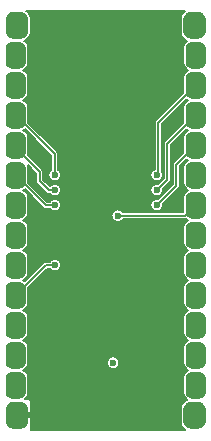
<source format=gbl>
G04 #@! TF.GenerationSoftware,KiCad,Pcbnew,(5.1.5-0-10_14)*
G04 #@! TF.CreationDate,2021-03-12T10:35:43-05:00*
G04 #@! TF.ProjectId,GW28R8128,47573238-5238-4313-9238-2e6b69636164,rev?*
G04 #@! TF.SameCoordinates,Original*
G04 #@! TF.FileFunction,Copper,L2,Bot*
G04 #@! TF.FilePolarity,Positive*
%FSLAX46Y46*%
G04 Gerber Fmt 4.6, Leading zero omitted, Abs format (unit mm)*
G04 Created by KiCad (PCBNEW (5.1.5-0-10_14)) date 2021-03-12 10:35:43*
%MOMM*%
%LPD*%
G04 APERTURE LIST*
%ADD10C,0.100000*%
%ADD11C,0.800000*%
%ADD12C,0.600000*%
%ADD13C,0.152400*%
G04 APERTURE END LIST*
G04 #@! TA.AperFunction,ComponentPad*
D10*
G36*
X41090181Y-19183202D02*
G01*
X41154735Y-19192778D01*
X41218039Y-19208635D01*
X41279484Y-19230620D01*
X41338479Y-19258522D01*
X41394454Y-19292073D01*
X41446872Y-19330948D01*
X41495226Y-19374774D01*
X41539052Y-19423128D01*
X41577927Y-19475546D01*
X41611478Y-19531521D01*
X41639380Y-19590516D01*
X41661365Y-19651961D01*
X41677222Y-19715265D01*
X41686798Y-19779819D01*
X41690000Y-19845000D01*
X41690000Y-20795000D01*
X41686798Y-20860181D01*
X41677222Y-20924735D01*
X41661365Y-20988039D01*
X41639380Y-21049484D01*
X41611478Y-21108479D01*
X41577927Y-21164454D01*
X41539052Y-21216872D01*
X41495226Y-21265226D01*
X41446872Y-21309052D01*
X41394454Y-21347927D01*
X41338479Y-21381478D01*
X41279484Y-21409380D01*
X41218039Y-21431365D01*
X41154735Y-21447222D01*
X41090181Y-21456798D01*
X41025000Y-21460000D01*
X40455000Y-21460000D01*
X40389819Y-21456798D01*
X40325265Y-21447222D01*
X40261961Y-21431365D01*
X40200516Y-21409380D01*
X40141521Y-21381478D01*
X40085546Y-21347927D01*
X40033128Y-21309052D01*
X39984774Y-21265226D01*
X39940948Y-21216872D01*
X39902073Y-21164454D01*
X39868522Y-21108479D01*
X39840620Y-21049484D01*
X39818635Y-20988039D01*
X39802778Y-20924735D01*
X39793202Y-20860181D01*
X39790000Y-20795000D01*
X39790000Y-19845000D01*
X39793202Y-19779819D01*
X39802778Y-19715265D01*
X39818635Y-19651961D01*
X39840620Y-19590516D01*
X39868522Y-19531521D01*
X39902073Y-19475546D01*
X39940948Y-19423128D01*
X39984774Y-19374774D01*
X40033128Y-19330948D01*
X40085546Y-19292073D01*
X40141521Y-19258522D01*
X40200516Y-19230620D01*
X40261961Y-19208635D01*
X40325265Y-19192778D01*
X40389819Y-19183202D01*
X40455000Y-19180000D01*
X41025000Y-19180000D01*
X41090181Y-19183202D01*
G37*
G04 #@! TD.AperFunction*
G04 #@! TA.AperFunction,ComponentPad*
G36*
X56130181Y-52203202D02*
G01*
X56194735Y-52212778D01*
X56258039Y-52228635D01*
X56319484Y-52250620D01*
X56378479Y-52278522D01*
X56434454Y-52312073D01*
X56486872Y-52350948D01*
X56535226Y-52394774D01*
X56579052Y-52443128D01*
X56617927Y-52495546D01*
X56651478Y-52551521D01*
X56679380Y-52610516D01*
X56701365Y-52671961D01*
X56717222Y-52735265D01*
X56726798Y-52799819D01*
X56730000Y-52865000D01*
X56730000Y-53815000D01*
X56726798Y-53880181D01*
X56717222Y-53944735D01*
X56701365Y-54008039D01*
X56679380Y-54069484D01*
X56651478Y-54128479D01*
X56617927Y-54184454D01*
X56579052Y-54236872D01*
X56535226Y-54285226D01*
X56486872Y-54329052D01*
X56434454Y-54367927D01*
X56378479Y-54401478D01*
X56319484Y-54429380D01*
X56258039Y-54451365D01*
X56194735Y-54467222D01*
X56130181Y-54476798D01*
X56065000Y-54480000D01*
X55495000Y-54480000D01*
X55429819Y-54476798D01*
X55365265Y-54467222D01*
X55301961Y-54451365D01*
X55240516Y-54429380D01*
X55181521Y-54401478D01*
X55125546Y-54367927D01*
X55073128Y-54329052D01*
X55024774Y-54285226D01*
X54980948Y-54236872D01*
X54942073Y-54184454D01*
X54908522Y-54128479D01*
X54880620Y-54069484D01*
X54858635Y-54008039D01*
X54842778Y-53944735D01*
X54833202Y-53880181D01*
X54830000Y-53815000D01*
X54830000Y-52865000D01*
X54833202Y-52799819D01*
X54842778Y-52735265D01*
X54858635Y-52671961D01*
X54880620Y-52610516D01*
X54908522Y-52551521D01*
X54942073Y-52495546D01*
X54980948Y-52443128D01*
X55024774Y-52394774D01*
X55073128Y-52350948D01*
X55125546Y-52312073D01*
X55181521Y-52278522D01*
X55240516Y-52250620D01*
X55301961Y-52228635D01*
X55365265Y-52212778D01*
X55429819Y-52203202D01*
X55495000Y-52200000D01*
X56065000Y-52200000D01*
X56130181Y-52203202D01*
G37*
G04 #@! TD.AperFunction*
G04 #@! TA.AperFunction,ComponentPad*
G36*
X40953320Y-21722865D02*
G01*
X41011079Y-21731433D01*
X41067719Y-21745621D01*
X41122697Y-21765292D01*
X41175481Y-21790257D01*
X41225564Y-21820276D01*
X41272464Y-21855059D01*
X41315729Y-21894271D01*
X41354941Y-21937536D01*
X41389724Y-21984436D01*
X41419743Y-22034519D01*
X41444708Y-22087303D01*
X41464379Y-22142281D01*
X41478567Y-22198921D01*
X41487135Y-22256680D01*
X41490000Y-22315000D01*
X41490000Y-23405000D01*
X41487135Y-23463320D01*
X41478567Y-23521079D01*
X41464379Y-23577719D01*
X41444708Y-23632697D01*
X41419743Y-23685481D01*
X41389724Y-23735564D01*
X41354941Y-23782464D01*
X41315729Y-23825729D01*
X41272464Y-23864941D01*
X41225564Y-23899724D01*
X41175481Y-23929743D01*
X41122697Y-23954708D01*
X41067719Y-23974379D01*
X41011079Y-23988567D01*
X40953320Y-23997135D01*
X40895000Y-24000000D01*
X40385000Y-24000000D01*
X40326680Y-23997135D01*
X40268921Y-23988567D01*
X40212281Y-23974379D01*
X40157303Y-23954708D01*
X40104519Y-23929743D01*
X40054436Y-23899724D01*
X40007536Y-23864941D01*
X39964271Y-23825729D01*
X39925059Y-23782464D01*
X39890276Y-23735564D01*
X39860257Y-23685481D01*
X39835292Y-23632697D01*
X39815621Y-23577719D01*
X39801433Y-23521079D01*
X39792865Y-23463320D01*
X39790000Y-23405000D01*
X39790000Y-22315000D01*
X39792865Y-22256680D01*
X39801433Y-22198921D01*
X39815621Y-22142281D01*
X39835292Y-22087303D01*
X39860257Y-22034519D01*
X39890276Y-21984436D01*
X39925059Y-21937536D01*
X39964271Y-21894271D01*
X40007536Y-21855059D01*
X40054436Y-21820276D01*
X40104519Y-21790257D01*
X40157303Y-21765292D01*
X40212281Y-21745621D01*
X40268921Y-21731433D01*
X40326680Y-21722865D01*
X40385000Y-21720000D01*
X40895000Y-21720000D01*
X40953320Y-21722865D01*
G37*
G04 #@! TD.AperFunction*
G04 #@! TA.AperFunction,ComponentPad*
G36*
X56193320Y-49662865D02*
G01*
X56251079Y-49671433D01*
X56307719Y-49685621D01*
X56362697Y-49705292D01*
X56415481Y-49730257D01*
X56465564Y-49760276D01*
X56512464Y-49795059D01*
X56555729Y-49834271D01*
X56594941Y-49877536D01*
X56629724Y-49924436D01*
X56659743Y-49974519D01*
X56684708Y-50027303D01*
X56704379Y-50082281D01*
X56718567Y-50138921D01*
X56727135Y-50196680D01*
X56730000Y-50255000D01*
X56730000Y-51345000D01*
X56727135Y-51403320D01*
X56718567Y-51461079D01*
X56704379Y-51517719D01*
X56684708Y-51572697D01*
X56659743Y-51625481D01*
X56629724Y-51675564D01*
X56594941Y-51722464D01*
X56555729Y-51765729D01*
X56512464Y-51804941D01*
X56465564Y-51839724D01*
X56415481Y-51869743D01*
X56362697Y-51894708D01*
X56307719Y-51914379D01*
X56251079Y-51928567D01*
X56193320Y-51937135D01*
X56135000Y-51940000D01*
X55625000Y-51940000D01*
X55566680Y-51937135D01*
X55508921Y-51928567D01*
X55452281Y-51914379D01*
X55397303Y-51894708D01*
X55344519Y-51869743D01*
X55294436Y-51839724D01*
X55247536Y-51804941D01*
X55204271Y-51765729D01*
X55165059Y-51722464D01*
X55130276Y-51675564D01*
X55100257Y-51625481D01*
X55075292Y-51572697D01*
X55055621Y-51517719D01*
X55041433Y-51461079D01*
X55032865Y-51403320D01*
X55030000Y-51345000D01*
X55030000Y-50255000D01*
X55032865Y-50196680D01*
X55041433Y-50138921D01*
X55055621Y-50082281D01*
X55075292Y-50027303D01*
X55100257Y-49974519D01*
X55130276Y-49924436D01*
X55165059Y-49877536D01*
X55204271Y-49834271D01*
X55247536Y-49795059D01*
X55294436Y-49760276D01*
X55344519Y-49730257D01*
X55397303Y-49705292D01*
X55452281Y-49685621D01*
X55508921Y-49671433D01*
X55566680Y-49662865D01*
X55625000Y-49660000D01*
X56135000Y-49660000D01*
X56193320Y-49662865D01*
G37*
G04 #@! TD.AperFunction*
G04 #@! TA.AperFunction,ComponentPad*
G36*
X40953320Y-24262865D02*
G01*
X41011079Y-24271433D01*
X41067719Y-24285621D01*
X41122697Y-24305292D01*
X41175481Y-24330257D01*
X41225564Y-24360276D01*
X41272464Y-24395059D01*
X41315729Y-24434271D01*
X41354941Y-24477536D01*
X41389724Y-24524436D01*
X41419743Y-24574519D01*
X41444708Y-24627303D01*
X41464379Y-24682281D01*
X41478567Y-24738921D01*
X41487135Y-24796680D01*
X41490000Y-24855000D01*
X41490000Y-25945000D01*
X41487135Y-26003320D01*
X41478567Y-26061079D01*
X41464379Y-26117719D01*
X41444708Y-26172697D01*
X41419743Y-26225481D01*
X41389724Y-26275564D01*
X41354941Y-26322464D01*
X41315729Y-26365729D01*
X41272464Y-26404941D01*
X41225564Y-26439724D01*
X41175481Y-26469743D01*
X41122697Y-26494708D01*
X41067719Y-26514379D01*
X41011079Y-26528567D01*
X40953320Y-26537135D01*
X40895000Y-26540000D01*
X40385000Y-26540000D01*
X40326680Y-26537135D01*
X40268921Y-26528567D01*
X40212281Y-26514379D01*
X40157303Y-26494708D01*
X40104519Y-26469743D01*
X40054436Y-26439724D01*
X40007536Y-26404941D01*
X39964271Y-26365729D01*
X39925059Y-26322464D01*
X39890276Y-26275564D01*
X39860257Y-26225481D01*
X39835292Y-26172697D01*
X39815621Y-26117719D01*
X39801433Y-26061079D01*
X39792865Y-26003320D01*
X39790000Y-25945000D01*
X39790000Y-24855000D01*
X39792865Y-24796680D01*
X39801433Y-24738921D01*
X39815621Y-24682281D01*
X39835292Y-24627303D01*
X39860257Y-24574519D01*
X39890276Y-24524436D01*
X39925059Y-24477536D01*
X39964271Y-24434271D01*
X40007536Y-24395059D01*
X40054436Y-24360276D01*
X40104519Y-24330257D01*
X40157303Y-24305292D01*
X40212281Y-24285621D01*
X40268921Y-24271433D01*
X40326680Y-24262865D01*
X40385000Y-24260000D01*
X40895000Y-24260000D01*
X40953320Y-24262865D01*
G37*
G04 #@! TD.AperFunction*
G04 #@! TA.AperFunction,ComponentPad*
G36*
X56193320Y-47122865D02*
G01*
X56251079Y-47131433D01*
X56307719Y-47145621D01*
X56362697Y-47165292D01*
X56415481Y-47190257D01*
X56465564Y-47220276D01*
X56512464Y-47255059D01*
X56555729Y-47294271D01*
X56594941Y-47337536D01*
X56629724Y-47384436D01*
X56659743Y-47434519D01*
X56684708Y-47487303D01*
X56704379Y-47542281D01*
X56718567Y-47598921D01*
X56727135Y-47656680D01*
X56730000Y-47715000D01*
X56730000Y-48805000D01*
X56727135Y-48863320D01*
X56718567Y-48921079D01*
X56704379Y-48977719D01*
X56684708Y-49032697D01*
X56659743Y-49085481D01*
X56629724Y-49135564D01*
X56594941Y-49182464D01*
X56555729Y-49225729D01*
X56512464Y-49264941D01*
X56465564Y-49299724D01*
X56415481Y-49329743D01*
X56362697Y-49354708D01*
X56307719Y-49374379D01*
X56251079Y-49388567D01*
X56193320Y-49397135D01*
X56135000Y-49400000D01*
X55625000Y-49400000D01*
X55566680Y-49397135D01*
X55508921Y-49388567D01*
X55452281Y-49374379D01*
X55397303Y-49354708D01*
X55344519Y-49329743D01*
X55294436Y-49299724D01*
X55247536Y-49264941D01*
X55204271Y-49225729D01*
X55165059Y-49182464D01*
X55130276Y-49135564D01*
X55100257Y-49085481D01*
X55075292Y-49032697D01*
X55055621Y-48977719D01*
X55041433Y-48921079D01*
X55032865Y-48863320D01*
X55030000Y-48805000D01*
X55030000Y-47715000D01*
X55032865Y-47656680D01*
X55041433Y-47598921D01*
X55055621Y-47542281D01*
X55075292Y-47487303D01*
X55100257Y-47434519D01*
X55130276Y-47384436D01*
X55165059Y-47337536D01*
X55204271Y-47294271D01*
X55247536Y-47255059D01*
X55294436Y-47220276D01*
X55344519Y-47190257D01*
X55397303Y-47165292D01*
X55452281Y-47145621D01*
X55508921Y-47131433D01*
X55566680Y-47122865D01*
X55625000Y-47120000D01*
X56135000Y-47120000D01*
X56193320Y-47122865D01*
G37*
G04 #@! TD.AperFunction*
G04 #@! TA.AperFunction,ComponentPad*
G36*
X40953320Y-26802865D02*
G01*
X41011079Y-26811433D01*
X41067719Y-26825621D01*
X41122697Y-26845292D01*
X41175481Y-26870257D01*
X41225564Y-26900276D01*
X41272464Y-26935059D01*
X41315729Y-26974271D01*
X41354941Y-27017536D01*
X41389724Y-27064436D01*
X41419743Y-27114519D01*
X41444708Y-27167303D01*
X41464379Y-27222281D01*
X41478567Y-27278921D01*
X41487135Y-27336680D01*
X41490000Y-27395000D01*
X41490000Y-28485000D01*
X41487135Y-28543320D01*
X41478567Y-28601079D01*
X41464379Y-28657719D01*
X41444708Y-28712697D01*
X41419743Y-28765481D01*
X41389724Y-28815564D01*
X41354941Y-28862464D01*
X41315729Y-28905729D01*
X41272464Y-28944941D01*
X41225564Y-28979724D01*
X41175481Y-29009743D01*
X41122697Y-29034708D01*
X41067719Y-29054379D01*
X41011079Y-29068567D01*
X40953320Y-29077135D01*
X40895000Y-29080000D01*
X40385000Y-29080000D01*
X40326680Y-29077135D01*
X40268921Y-29068567D01*
X40212281Y-29054379D01*
X40157303Y-29034708D01*
X40104519Y-29009743D01*
X40054436Y-28979724D01*
X40007536Y-28944941D01*
X39964271Y-28905729D01*
X39925059Y-28862464D01*
X39890276Y-28815564D01*
X39860257Y-28765481D01*
X39835292Y-28712697D01*
X39815621Y-28657719D01*
X39801433Y-28601079D01*
X39792865Y-28543320D01*
X39790000Y-28485000D01*
X39790000Y-27395000D01*
X39792865Y-27336680D01*
X39801433Y-27278921D01*
X39815621Y-27222281D01*
X39835292Y-27167303D01*
X39860257Y-27114519D01*
X39890276Y-27064436D01*
X39925059Y-27017536D01*
X39964271Y-26974271D01*
X40007536Y-26935059D01*
X40054436Y-26900276D01*
X40104519Y-26870257D01*
X40157303Y-26845292D01*
X40212281Y-26825621D01*
X40268921Y-26811433D01*
X40326680Y-26802865D01*
X40385000Y-26800000D01*
X40895000Y-26800000D01*
X40953320Y-26802865D01*
G37*
G04 #@! TD.AperFunction*
G04 #@! TA.AperFunction,ComponentPad*
G36*
X56193320Y-44582865D02*
G01*
X56251079Y-44591433D01*
X56307719Y-44605621D01*
X56362697Y-44625292D01*
X56415481Y-44650257D01*
X56465564Y-44680276D01*
X56512464Y-44715059D01*
X56555729Y-44754271D01*
X56594941Y-44797536D01*
X56629724Y-44844436D01*
X56659743Y-44894519D01*
X56684708Y-44947303D01*
X56704379Y-45002281D01*
X56718567Y-45058921D01*
X56727135Y-45116680D01*
X56730000Y-45175000D01*
X56730000Y-46265000D01*
X56727135Y-46323320D01*
X56718567Y-46381079D01*
X56704379Y-46437719D01*
X56684708Y-46492697D01*
X56659743Y-46545481D01*
X56629724Y-46595564D01*
X56594941Y-46642464D01*
X56555729Y-46685729D01*
X56512464Y-46724941D01*
X56465564Y-46759724D01*
X56415481Y-46789743D01*
X56362697Y-46814708D01*
X56307719Y-46834379D01*
X56251079Y-46848567D01*
X56193320Y-46857135D01*
X56135000Y-46860000D01*
X55625000Y-46860000D01*
X55566680Y-46857135D01*
X55508921Y-46848567D01*
X55452281Y-46834379D01*
X55397303Y-46814708D01*
X55344519Y-46789743D01*
X55294436Y-46759724D01*
X55247536Y-46724941D01*
X55204271Y-46685729D01*
X55165059Y-46642464D01*
X55130276Y-46595564D01*
X55100257Y-46545481D01*
X55075292Y-46492697D01*
X55055621Y-46437719D01*
X55041433Y-46381079D01*
X55032865Y-46323320D01*
X55030000Y-46265000D01*
X55030000Y-45175000D01*
X55032865Y-45116680D01*
X55041433Y-45058921D01*
X55055621Y-45002281D01*
X55075292Y-44947303D01*
X55100257Y-44894519D01*
X55130276Y-44844436D01*
X55165059Y-44797536D01*
X55204271Y-44754271D01*
X55247536Y-44715059D01*
X55294436Y-44680276D01*
X55344519Y-44650257D01*
X55397303Y-44625292D01*
X55452281Y-44605621D01*
X55508921Y-44591433D01*
X55566680Y-44582865D01*
X55625000Y-44580000D01*
X56135000Y-44580000D01*
X56193320Y-44582865D01*
G37*
G04 #@! TD.AperFunction*
G04 #@! TA.AperFunction,ComponentPad*
G36*
X40953320Y-29342865D02*
G01*
X41011079Y-29351433D01*
X41067719Y-29365621D01*
X41122697Y-29385292D01*
X41175481Y-29410257D01*
X41225564Y-29440276D01*
X41272464Y-29475059D01*
X41315729Y-29514271D01*
X41354941Y-29557536D01*
X41389724Y-29604436D01*
X41419743Y-29654519D01*
X41444708Y-29707303D01*
X41464379Y-29762281D01*
X41478567Y-29818921D01*
X41487135Y-29876680D01*
X41490000Y-29935000D01*
X41490000Y-31025000D01*
X41487135Y-31083320D01*
X41478567Y-31141079D01*
X41464379Y-31197719D01*
X41444708Y-31252697D01*
X41419743Y-31305481D01*
X41389724Y-31355564D01*
X41354941Y-31402464D01*
X41315729Y-31445729D01*
X41272464Y-31484941D01*
X41225564Y-31519724D01*
X41175481Y-31549743D01*
X41122697Y-31574708D01*
X41067719Y-31594379D01*
X41011079Y-31608567D01*
X40953320Y-31617135D01*
X40895000Y-31620000D01*
X40385000Y-31620000D01*
X40326680Y-31617135D01*
X40268921Y-31608567D01*
X40212281Y-31594379D01*
X40157303Y-31574708D01*
X40104519Y-31549743D01*
X40054436Y-31519724D01*
X40007536Y-31484941D01*
X39964271Y-31445729D01*
X39925059Y-31402464D01*
X39890276Y-31355564D01*
X39860257Y-31305481D01*
X39835292Y-31252697D01*
X39815621Y-31197719D01*
X39801433Y-31141079D01*
X39792865Y-31083320D01*
X39790000Y-31025000D01*
X39790000Y-29935000D01*
X39792865Y-29876680D01*
X39801433Y-29818921D01*
X39815621Y-29762281D01*
X39835292Y-29707303D01*
X39860257Y-29654519D01*
X39890276Y-29604436D01*
X39925059Y-29557536D01*
X39964271Y-29514271D01*
X40007536Y-29475059D01*
X40054436Y-29440276D01*
X40104519Y-29410257D01*
X40157303Y-29385292D01*
X40212281Y-29365621D01*
X40268921Y-29351433D01*
X40326680Y-29342865D01*
X40385000Y-29340000D01*
X40895000Y-29340000D01*
X40953320Y-29342865D01*
G37*
G04 #@! TD.AperFunction*
G04 #@! TA.AperFunction,ComponentPad*
G36*
X56193320Y-42042865D02*
G01*
X56251079Y-42051433D01*
X56307719Y-42065621D01*
X56362697Y-42085292D01*
X56415481Y-42110257D01*
X56465564Y-42140276D01*
X56512464Y-42175059D01*
X56555729Y-42214271D01*
X56594941Y-42257536D01*
X56629724Y-42304436D01*
X56659743Y-42354519D01*
X56684708Y-42407303D01*
X56704379Y-42462281D01*
X56718567Y-42518921D01*
X56727135Y-42576680D01*
X56730000Y-42635000D01*
X56730000Y-43725000D01*
X56727135Y-43783320D01*
X56718567Y-43841079D01*
X56704379Y-43897719D01*
X56684708Y-43952697D01*
X56659743Y-44005481D01*
X56629724Y-44055564D01*
X56594941Y-44102464D01*
X56555729Y-44145729D01*
X56512464Y-44184941D01*
X56465564Y-44219724D01*
X56415481Y-44249743D01*
X56362697Y-44274708D01*
X56307719Y-44294379D01*
X56251079Y-44308567D01*
X56193320Y-44317135D01*
X56135000Y-44320000D01*
X55625000Y-44320000D01*
X55566680Y-44317135D01*
X55508921Y-44308567D01*
X55452281Y-44294379D01*
X55397303Y-44274708D01*
X55344519Y-44249743D01*
X55294436Y-44219724D01*
X55247536Y-44184941D01*
X55204271Y-44145729D01*
X55165059Y-44102464D01*
X55130276Y-44055564D01*
X55100257Y-44005481D01*
X55075292Y-43952697D01*
X55055621Y-43897719D01*
X55041433Y-43841079D01*
X55032865Y-43783320D01*
X55030000Y-43725000D01*
X55030000Y-42635000D01*
X55032865Y-42576680D01*
X55041433Y-42518921D01*
X55055621Y-42462281D01*
X55075292Y-42407303D01*
X55100257Y-42354519D01*
X55130276Y-42304436D01*
X55165059Y-42257536D01*
X55204271Y-42214271D01*
X55247536Y-42175059D01*
X55294436Y-42140276D01*
X55344519Y-42110257D01*
X55397303Y-42085292D01*
X55452281Y-42065621D01*
X55508921Y-42051433D01*
X55566680Y-42042865D01*
X55625000Y-42040000D01*
X56135000Y-42040000D01*
X56193320Y-42042865D01*
G37*
G04 #@! TD.AperFunction*
G04 #@! TA.AperFunction,ComponentPad*
G36*
X40953320Y-31882865D02*
G01*
X41011079Y-31891433D01*
X41067719Y-31905621D01*
X41122697Y-31925292D01*
X41175481Y-31950257D01*
X41225564Y-31980276D01*
X41272464Y-32015059D01*
X41315729Y-32054271D01*
X41354941Y-32097536D01*
X41389724Y-32144436D01*
X41419743Y-32194519D01*
X41444708Y-32247303D01*
X41464379Y-32302281D01*
X41478567Y-32358921D01*
X41487135Y-32416680D01*
X41490000Y-32475000D01*
X41490000Y-33565000D01*
X41487135Y-33623320D01*
X41478567Y-33681079D01*
X41464379Y-33737719D01*
X41444708Y-33792697D01*
X41419743Y-33845481D01*
X41389724Y-33895564D01*
X41354941Y-33942464D01*
X41315729Y-33985729D01*
X41272464Y-34024941D01*
X41225564Y-34059724D01*
X41175481Y-34089743D01*
X41122697Y-34114708D01*
X41067719Y-34134379D01*
X41011079Y-34148567D01*
X40953320Y-34157135D01*
X40895000Y-34160000D01*
X40385000Y-34160000D01*
X40326680Y-34157135D01*
X40268921Y-34148567D01*
X40212281Y-34134379D01*
X40157303Y-34114708D01*
X40104519Y-34089743D01*
X40054436Y-34059724D01*
X40007536Y-34024941D01*
X39964271Y-33985729D01*
X39925059Y-33942464D01*
X39890276Y-33895564D01*
X39860257Y-33845481D01*
X39835292Y-33792697D01*
X39815621Y-33737719D01*
X39801433Y-33681079D01*
X39792865Y-33623320D01*
X39790000Y-33565000D01*
X39790000Y-32475000D01*
X39792865Y-32416680D01*
X39801433Y-32358921D01*
X39815621Y-32302281D01*
X39835292Y-32247303D01*
X39860257Y-32194519D01*
X39890276Y-32144436D01*
X39925059Y-32097536D01*
X39964271Y-32054271D01*
X40007536Y-32015059D01*
X40054436Y-31980276D01*
X40104519Y-31950257D01*
X40157303Y-31925292D01*
X40212281Y-31905621D01*
X40268921Y-31891433D01*
X40326680Y-31882865D01*
X40385000Y-31880000D01*
X40895000Y-31880000D01*
X40953320Y-31882865D01*
G37*
G04 #@! TD.AperFunction*
G04 #@! TA.AperFunction,ComponentPad*
G36*
X56193320Y-39502865D02*
G01*
X56251079Y-39511433D01*
X56307719Y-39525621D01*
X56362697Y-39545292D01*
X56415481Y-39570257D01*
X56465564Y-39600276D01*
X56512464Y-39635059D01*
X56555729Y-39674271D01*
X56594941Y-39717536D01*
X56629724Y-39764436D01*
X56659743Y-39814519D01*
X56684708Y-39867303D01*
X56704379Y-39922281D01*
X56718567Y-39978921D01*
X56727135Y-40036680D01*
X56730000Y-40095000D01*
X56730000Y-41185000D01*
X56727135Y-41243320D01*
X56718567Y-41301079D01*
X56704379Y-41357719D01*
X56684708Y-41412697D01*
X56659743Y-41465481D01*
X56629724Y-41515564D01*
X56594941Y-41562464D01*
X56555729Y-41605729D01*
X56512464Y-41644941D01*
X56465564Y-41679724D01*
X56415481Y-41709743D01*
X56362697Y-41734708D01*
X56307719Y-41754379D01*
X56251079Y-41768567D01*
X56193320Y-41777135D01*
X56135000Y-41780000D01*
X55625000Y-41780000D01*
X55566680Y-41777135D01*
X55508921Y-41768567D01*
X55452281Y-41754379D01*
X55397303Y-41734708D01*
X55344519Y-41709743D01*
X55294436Y-41679724D01*
X55247536Y-41644941D01*
X55204271Y-41605729D01*
X55165059Y-41562464D01*
X55130276Y-41515564D01*
X55100257Y-41465481D01*
X55075292Y-41412697D01*
X55055621Y-41357719D01*
X55041433Y-41301079D01*
X55032865Y-41243320D01*
X55030000Y-41185000D01*
X55030000Y-40095000D01*
X55032865Y-40036680D01*
X55041433Y-39978921D01*
X55055621Y-39922281D01*
X55075292Y-39867303D01*
X55100257Y-39814519D01*
X55130276Y-39764436D01*
X55165059Y-39717536D01*
X55204271Y-39674271D01*
X55247536Y-39635059D01*
X55294436Y-39600276D01*
X55344519Y-39570257D01*
X55397303Y-39545292D01*
X55452281Y-39525621D01*
X55508921Y-39511433D01*
X55566680Y-39502865D01*
X55625000Y-39500000D01*
X56135000Y-39500000D01*
X56193320Y-39502865D01*
G37*
G04 #@! TD.AperFunction*
G04 #@! TA.AperFunction,ComponentPad*
G36*
X40953320Y-34422865D02*
G01*
X41011079Y-34431433D01*
X41067719Y-34445621D01*
X41122697Y-34465292D01*
X41175481Y-34490257D01*
X41225564Y-34520276D01*
X41272464Y-34555059D01*
X41315729Y-34594271D01*
X41354941Y-34637536D01*
X41389724Y-34684436D01*
X41419743Y-34734519D01*
X41444708Y-34787303D01*
X41464379Y-34842281D01*
X41478567Y-34898921D01*
X41487135Y-34956680D01*
X41490000Y-35015000D01*
X41490000Y-36105000D01*
X41487135Y-36163320D01*
X41478567Y-36221079D01*
X41464379Y-36277719D01*
X41444708Y-36332697D01*
X41419743Y-36385481D01*
X41389724Y-36435564D01*
X41354941Y-36482464D01*
X41315729Y-36525729D01*
X41272464Y-36564941D01*
X41225564Y-36599724D01*
X41175481Y-36629743D01*
X41122697Y-36654708D01*
X41067719Y-36674379D01*
X41011079Y-36688567D01*
X40953320Y-36697135D01*
X40895000Y-36700000D01*
X40385000Y-36700000D01*
X40326680Y-36697135D01*
X40268921Y-36688567D01*
X40212281Y-36674379D01*
X40157303Y-36654708D01*
X40104519Y-36629743D01*
X40054436Y-36599724D01*
X40007536Y-36564941D01*
X39964271Y-36525729D01*
X39925059Y-36482464D01*
X39890276Y-36435564D01*
X39860257Y-36385481D01*
X39835292Y-36332697D01*
X39815621Y-36277719D01*
X39801433Y-36221079D01*
X39792865Y-36163320D01*
X39790000Y-36105000D01*
X39790000Y-35015000D01*
X39792865Y-34956680D01*
X39801433Y-34898921D01*
X39815621Y-34842281D01*
X39835292Y-34787303D01*
X39860257Y-34734519D01*
X39890276Y-34684436D01*
X39925059Y-34637536D01*
X39964271Y-34594271D01*
X40007536Y-34555059D01*
X40054436Y-34520276D01*
X40104519Y-34490257D01*
X40157303Y-34465292D01*
X40212281Y-34445621D01*
X40268921Y-34431433D01*
X40326680Y-34422865D01*
X40385000Y-34420000D01*
X40895000Y-34420000D01*
X40953320Y-34422865D01*
G37*
G04 #@! TD.AperFunction*
G04 #@! TA.AperFunction,ComponentPad*
G36*
X56193320Y-36962865D02*
G01*
X56251079Y-36971433D01*
X56307719Y-36985621D01*
X56362697Y-37005292D01*
X56415481Y-37030257D01*
X56465564Y-37060276D01*
X56512464Y-37095059D01*
X56555729Y-37134271D01*
X56594941Y-37177536D01*
X56629724Y-37224436D01*
X56659743Y-37274519D01*
X56684708Y-37327303D01*
X56704379Y-37382281D01*
X56718567Y-37438921D01*
X56727135Y-37496680D01*
X56730000Y-37555000D01*
X56730000Y-38645000D01*
X56727135Y-38703320D01*
X56718567Y-38761079D01*
X56704379Y-38817719D01*
X56684708Y-38872697D01*
X56659743Y-38925481D01*
X56629724Y-38975564D01*
X56594941Y-39022464D01*
X56555729Y-39065729D01*
X56512464Y-39104941D01*
X56465564Y-39139724D01*
X56415481Y-39169743D01*
X56362697Y-39194708D01*
X56307719Y-39214379D01*
X56251079Y-39228567D01*
X56193320Y-39237135D01*
X56135000Y-39240000D01*
X55625000Y-39240000D01*
X55566680Y-39237135D01*
X55508921Y-39228567D01*
X55452281Y-39214379D01*
X55397303Y-39194708D01*
X55344519Y-39169743D01*
X55294436Y-39139724D01*
X55247536Y-39104941D01*
X55204271Y-39065729D01*
X55165059Y-39022464D01*
X55130276Y-38975564D01*
X55100257Y-38925481D01*
X55075292Y-38872697D01*
X55055621Y-38817719D01*
X55041433Y-38761079D01*
X55032865Y-38703320D01*
X55030000Y-38645000D01*
X55030000Y-37555000D01*
X55032865Y-37496680D01*
X55041433Y-37438921D01*
X55055621Y-37382281D01*
X55075292Y-37327303D01*
X55100257Y-37274519D01*
X55130276Y-37224436D01*
X55165059Y-37177536D01*
X55204271Y-37134271D01*
X55247536Y-37095059D01*
X55294436Y-37060276D01*
X55344519Y-37030257D01*
X55397303Y-37005292D01*
X55452281Y-36985621D01*
X55508921Y-36971433D01*
X55566680Y-36962865D01*
X55625000Y-36960000D01*
X56135000Y-36960000D01*
X56193320Y-36962865D01*
G37*
G04 #@! TD.AperFunction*
G04 #@! TA.AperFunction,ComponentPad*
G36*
X40953320Y-36962865D02*
G01*
X41011079Y-36971433D01*
X41067719Y-36985621D01*
X41122697Y-37005292D01*
X41175481Y-37030257D01*
X41225564Y-37060276D01*
X41272464Y-37095059D01*
X41315729Y-37134271D01*
X41354941Y-37177536D01*
X41389724Y-37224436D01*
X41419743Y-37274519D01*
X41444708Y-37327303D01*
X41464379Y-37382281D01*
X41478567Y-37438921D01*
X41487135Y-37496680D01*
X41490000Y-37555000D01*
X41490000Y-38645000D01*
X41487135Y-38703320D01*
X41478567Y-38761079D01*
X41464379Y-38817719D01*
X41444708Y-38872697D01*
X41419743Y-38925481D01*
X41389724Y-38975564D01*
X41354941Y-39022464D01*
X41315729Y-39065729D01*
X41272464Y-39104941D01*
X41225564Y-39139724D01*
X41175481Y-39169743D01*
X41122697Y-39194708D01*
X41067719Y-39214379D01*
X41011079Y-39228567D01*
X40953320Y-39237135D01*
X40895000Y-39240000D01*
X40385000Y-39240000D01*
X40326680Y-39237135D01*
X40268921Y-39228567D01*
X40212281Y-39214379D01*
X40157303Y-39194708D01*
X40104519Y-39169743D01*
X40054436Y-39139724D01*
X40007536Y-39104941D01*
X39964271Y-39065729D01*
X39925059Y-39022464D01*
X39890276Y-38975564D01*
X39860257Y-38925481D01*
X39835292Y-38872697D01*
X39815621Y-38817719D01*
X39801433Y-38761079D01*
X39792865Y-38703320D01*
X39790000Y-38645000D01*
X39790000Y-37555000D01*
X39792865Y-37496680D01*
X39801433Y-37438921D01*
X39815621Y-37382281D01*
X39835292Y-37327303D01*
X39860257Y-37274519D01*
X39890276Y-37224436D01*
X39925059Y-37177536D01*
X39964271Y-37134271D01*
X40007536Y-37095059D01*
X40054436Y-37060276D01*
X40104519Y-37030257D01*
X40157303Y-37005292D01*
X40212281Y-36985621D01*
X40268921Y-36971433D01*
X40326680Y-36962865D01*
X40385000Y-36960000D01*
X40895000Y-36960000D01*
X40953320Y-36962865D01*
G37*
G04 #@! TD.AperFunction*
G04 #@! TA.AperFunction,ComponentPad*
G36*
X56193320Y-34422865D02*
G01*
X56251079Y-34431433D01*
X56307719Y-34445621D01*
X56362697Y-34465292D01*
X56415481Y-34490257D01*
X56465564Y-34520276D01*
X56512464Y-34555059D01*
X56555729Y-34594271D01*
X56594941Y-34637536D01*
X56629724Y-34684436D01*
X56659743Y-34734519D01*
X56684708Y-34787303D01*
X56704379Y-34842281D01*
X56718567Y-34898921D01*
X56727135Y-34956680D01*
X56730000Y-35015000D01*
X56730000Y-36105000D01*
X56727135Y-36163320D01*
X56718567Y-36221079D01*
X56704379Y-36277719D01*
X56684708Y-36332697D01*
X56659743Y-36385481D01*
X56629724Y-36435564D01*
X56594941Y-36482464D01*
X56555729Y-36525729D01*
X56512464Y-36564941D01*
X56465564Y-36599724D01*
X56415481Y-36629743D01*
X56362697Y-36654708D01*
X56307719Y-36674379D01*
X56251079Y-36688567D01*
X56193320Y-36697135D01*
X56135000Y-36700000D01*
X55625000Y-36700000D01*
X55566680Y-36697135D01*
X55508921Y-36688567D01*
X55452281Y-36674379D01*
X55397303Y-36654708D01*
X55344519Y-36629743D01*
X55294436Y-36599724D01*
X55247536Y-36564941D01*
X55204271Y-36525729D01*
X55165059Y-36482464D01*
X55130276Y-36435564D01*
X55100257Y-36385481D01*
X55075292Y-36332697D01*
X55055621Y-36277719D01*
X55041433Y-36221079D01*
X55032865Y-36163320D01*
X55030000Y-36105000D01*
X55030000Y-35015000D01*
X55032865Y-34956680D01*
X55041433Y-34898921D01*
X55055621Y-34842281D01*
X55075292Y-34787303D01*
X55100257Y-34734519D01*
X55130276Y-34684436D01*
X55165059Y-34637536D01*
X55204271Y-34594271D01*
X55247536Y-34555059D01*
X55294436Y-34520276D01*
X55344519Y-34490257D01*
X55397303Y-34465292D01*
X55452281Y-34445621D01*
X55508921Y-34431433D01*
X55566680Y-34422865D01*
X55625000Y-34420000D01*
X56135000Y-34420000D01*
X56193320Y-34422865D01*
G37*
G04 #@! TD.AperFunction*
G04 #@! TA.AperFunction,ComponentPad*
G36*
X40953320Y-39502865D02*
G01*
X41011079Y-39511433D01*
X41067719Y-39525621D01*
X41122697Y-39545292D01*
X41175481Y-39570257D01*
X41225564Y-39600276D01*
X41272464Y-39635059D01*
X41315729Y-39674271D01*
X41354941Y-39717536D01*
X41389724Y-39764436D01*
X41419743Y-39814519D01*
X41444708Y-39867303D01*
X41464379Y-39922281D01*
X41478567Y-39978921D01*
X41487135Y-40036680D01*
X41490000Y-40095000D01*
X41490000Y-41185000D01*
X41487135Y-41243320D01*
X41478567Y-41301079D01*
X41464379Y-41357719D01*
X41444708Y-41412697D01*
X41419743Y-41465481D01*
X41389724Y-41515564D01*
X41354941Y-41562464D01*
X41315729Y-41605729D01*
X41272464Y-41644941D01*
X41225564Y-41679724D01*
X41175481Y-41709743D01*
X41122697Y-41734708D01*
X41067719Y-41754379D01*
X41011079Y-41768567D01*
X40953320Y-41777135D01*
X40895000Y-41780000D01*
X40385000Y-41780000D01*
X40326680Y-41777135D01*
X40268921Y-41768567D01*
X40212281Y-41754379D01*
X40157303Y-41734708D01*
X40104519Y-41709743D01*
X40054436Y-41679724D01*
X40007536Y-41644941D01*
X39964271Y-41605729D01*
X39925059Y-41562464D01*
X39890276Y-41515564D01*
X39860257Y-41465481D01*
X39835292Y-41412697D01*
X39815621Y-41357719D01*
X39801433Y-41301079D01*
X39792865Y-41243320D01*
X39790000Y-41185000D01*
X39790000Y-40095000D01*
X39792865Y-40036680D01*
X39801433Y-39978921D01*
X39815621Y-39922281D01*
X39835292Y-39867303D01*
X39860257Y-39814519D01*
X39890276Y-39764436D01*
X39925059Y-39717536D01*
X39964271Y-39674271D01*
X40007536Y-39635059D01*
X40054436Y-39600276D01*
X40104519Y-39570257D01*
X40157303Y-39545292D01*
X40212281Y-39525621D01*
X40268921Y-39511433D01*
X40326680Y-39502865D01*
X40385000Y-39500000D01*
X40895000Y-39500000D01*
X40953320Y-39502865D01*
G37*
G04 #@! TD.AperFunction*
G04 #@! TA.AperFunction,ComponentPad*
G36*
X56193320Y-31882865D02*
G01*
X56251079Y-31891433D01*
X56307719Y-31905621D01*
X56362697Y-31925292D01*
X56415481Y-31950257D01*
X56465564Y-31980276D01*
X56512464Y-32015059D01*
X56555729Y-32054271D01*
X56594941Y-32097536D01*
X56629724Y-32144436D01*
X56659743Y-32194519D01*
X56684708Y-32247303D01*
X56704379Y-32302281D01*
X56718567Y-32358921D01*
X56727135Y-32416680D01*
X56730000Y-32475000D01*
X56730000Y-33565000D01*
X56727135Y-33623320D01*
X56718567Y-33681079D01*
X56704379Y-33737719D01*
X56684708Y-33792697D01*
X56659743Y-33845481D01*
X56629724Y-33895564D01*
X56594941Y-33942464D01*
X56555729Y-33985729D01*
X56512464Y-34024941D01*
X56465564Y-34059724D01*
X56415481Y-34089743D01*
X56362697Y-34114708D01*
X56307719Y-34134379D01*
X56251079Y-34148567D01*
X56193320Y-34157135D01*
X56135000Y-34160000D01*
X55625000Y-34160000D01*
X55566680Y-34157135D01*
X55508921Y-34148567D01*
X55452281Y-34134379D01*
X55397303Y-34114708D01*
X55344519Y-34089743D01*
X55294436Y-34059724D01*
X55247536Y-34024941D01*
X55204271Y-33985729D01*
X55165059Y-33942464D01*
X55130276Y-33895564D01*
X55100257Y-33845481D01*
X55075292Y-33792697D01*
X55055621Y-33737719D01*
X55041433Y-33681079D01*
X55032865Y-33623320D01*
X55030000Y-33565000D01*
X55030000Y-32475000D01*
X55032865Y-32416680D01*
X55041433Y-32358921D01*
X55055621Y-32302281D01*
X55075292Y-32247303D01*
X55100257Y-32194519D01*
X55130276Y-32144436D01*
X55165059Y-32097536D01*
X55204271Y-32054271D01*
X55247536Y-32015059D01*
X55294436Y-31980276D01*
X55344519Y-31950257D01*
X55397303Y-31925292D01*
X55452281Y-31905621D01*
X55508921Y-31891433D01*
X55566680Y-31882865D01*
X55625000Y-31880000D01*
X56135000Y-31880000D01*
X56193320Y-31882865D01*
G37*
G04 #@! TD.AperFunction*
G04 #@! TA.AperFunction,ComponentPad*
G36*
X40953320Y-42042865D02*
G01*
X41011079Y-42051433D01*
X41067719Y-42065621D01*
X41122697Y-42085292D01*
X41175481Y-42110257D01*
X41225564Y-42140276D01*
X41272464Y-42175059D01*
X41315729Y-42214271D01*
X41354941Y-42257536D01*
X41389724Y-42304436D01*
X41419743Y-42354519D01*
X41444708Y-42407303D01*
X41464379Y-42462281D01*
X41478567Y-42518921D01*
X41487135Y-42576680D01*
X41490000Y-42635000D01*
X41490000Y-43725000D01*
X41487135Y-43783320D01*
X41478567Y-43841079D01*
X41464379Y-43897719D01*
X41444708Y-43952697D01*
X41419743Y-44005481D01*
X41389724Y-44055564D01*
X41354941Y-44102464D01*
X41315729Y-44145729D01*
X41272464Y-44184941D01*
X41225564Y-44219724D01*
X41175481Y-44249743D01*
X41122697Y-44274708D01*
X41067719Y-44294379D01*
X41011079Y-44308567D01*
X40953320Y-44317135D01*
X40895000Y-44320000D01*
X40385000Y-44320000D01*
X40326680Y-44317135D01*
X40268921Y-44308567D01*
X40212281Y-44294379D01*
X40157303Y-44274708D01*
X40104519Y-44249743D01*
X40054436Y-44219724D01*
X40007536Y-44184941D01*
X39964271Y-44145729D01*
X39925059Y-44102464D01*
X39890276Y-44055564D01*
X39860257Y-44005481D01*
X39835292Y-43952697D01*
X39815621Y-43897719D01*
X39801433Y-43841079D01*
X39792865Y-43783320D01*
X39790000Y-43725000D01*
X39790000Y-42635000D01*
X39792865Y-42576680D01*
X39801433Y-42518921D01*
X39815621Y-42462281D01*
X39835292Y-42407303D01*
X39860257Y-42354519D01*
X39890276Y-42304436D01*
X39925059Y-42257536D01*
X39964271Y-42214271D01*
X40007536Y-42175059D01*
X40054436Y-42140276D01*
X40104519Y-42110257D01*
X40157303Y-42085292D01*
X40212281Y-42065621D01*
X40268921Y-42051433D01*
X40326680Y-42042865D01*
X40385000Y-42040000D01*
X40895000Y-42040000D01*
X40953320Y-42042865D01*
G37*
G04 #@! TD.AperFunction*
G04 #@! TA.AperFunction,ComponentPad*
G36*
X56193320Y-29342865D02*
G01*
X56251079Y-29351433D01*
X56307719Y-29365621D01*
X56362697Y-29385292D01*
X56415481Y-29410257D01*
X56465564Y-29440276D01*
X56512464Y-29475059D01*
X56555729Y-29514271D01*
X56594941Y-29557536D01*
X56629724Y-29604436D01*
X56659743Y-29654519D01*
X56684708Y-29707303D01*
X56704379Y-29762281D01*
X56718567Y-29818921D01*
X56727135Y-29876680D01*
X56730000Y-29935000D01*
X56730000Y-31025000D01*
X56727135Y-31083320D01*
X56718567Y-31141079D01*
X56704379Y-31197719D01*
X56684708Y-31252697D01*
X56659743Y-31305481D01*
X56629724Y-31355564D01*
X56594941Y-31402464D01*
X56555729Y-31445729D01*
X56512464Y-31484941D01*
X56465564Y-31519724D01*
X56415481Y-31549743D01*
X56362697Y-31574708D01*
X56307719Y-31594379D01*
X56251079Y-31608567D01*
X56193320Y-31617135D01*
X56135000Y-31620000D01*
X55625000Y-31620000D01*
X55566680Y-31617135D01*
X55508921Y-31608567D01*
X55452281Y-31594379D01*
X55397303Y-31574708D01*
X55344519Y-31549743D01*
X55294436Y-31519724D01*
X55247536Y-31484941D01*
X55204271Y-31445729D01*
X55165059Y-31402464D01*
X55130276Y-31355564D01*
X55100257Y-31305481D01*
X55075292Y-31252697D01*
X55055621Y-31197719D01*
X55041433Y-31141079D01*
X55032865Y-31083320D01*
X55030000Y-31025000D01*
X55030000Y-29935000D01*
X55032865Y-29876680D01*
X55041433Y-29818921D01*
X55055621Y-29762281D01*
X55075292Y-29707303D01*
X55100257Y-29654519D01*
X55130276Y-29604436D01*
X55165059Y-29557536D01*
X55204271Y-29514271D01*
X55247536Y-29475059D01*
X55294436Y-29440276D01*
X55344519Y-29410257D01*
X55397303Y-29385292D01*
X55452281Y-29365621D01*
X55508921Y-29351433D01*
X55566680Y-29342865D01*
X55625000Y-29340000D01*
X56135000Y-29340000D01*
X56193320Y-29342865D01*
G37*
G04 #@! TD.AperFunction*
G04 #@! TA.AperFunction,ComponentPad*
G36*
X40953320Y-44582865D02*
G01*
X41011079Y-44591433D01*
X41067719Y-44605621D01*
X41122697Y-44625292D01*
X41175481Y-44650257D01*
X41225564Y-44680276D01*
X41272464Y-44715059D01*
X41315729Y-44754271D01*
X41354941Y-44797536D01*
X41389724Y-44844436D01*
X41419743Y-44894519D01*
X41444708Y-44947303D01*
X41464379Y-45002281D01*
X41478567Y-45058921D01*
X41487135Y-45116680D01*
X41490000Y-45175000D01*
X41490000Y-46265000D01*
X41487135Y-46323320D01*
X41478567Y-46381079D01*
X41464379Y-46437719D01*
X41444708Y-46492697D01*
X41419743Y-46545481D01*
X41389724Y-46595564D01*
X41354941Y-46642464D01*
X41315729Y-46685729D01*
X41272464Y-46724941D01*
X41225564Y-46759724D01*
X41175481Y-46789743D01*
X41122697Y-46814708D01*
X41067719Y-46834379D01*
X41011079Y-46848567D01*
X40953320Y-46857135D01*
X40895000Y-46860000D01*
X40385000Y-46860000D01*
X40326680Y-46857135D01*
X40268921Y-46848567D01*
X40212281Y-46834379D01*
X40157303Y-46814708D01*
X40104519Y-46789743D01*
X40054436Y-46759724D01*
X40007536Y-46724941D01*
X39964271Y-46685729D01*
X39925059Y-46642464D01*
X39890276Y-46595564D01*
X39860257Y-46545481D01*
X39835292Y-46492697D01*
X39815621Y-46437719D01*
X39801433Y-46381079D01*
X39792865Y-46323320D01*
X39790000Y-46265000D01*
X39790000Y-45175000D01*
X39792865Y-45116680D01*
X39801433Y-45058921D01*
X39815621Y-45002281D01*
X39835292Y-44947303D01*
X39860257Y-44894519D01*
X39890276Y-44844436D01*
X39925059Y-44797536D01*
X39964271Y-44754271D01*
X40007536Y-44715059D01*
X40054436Y-44680276D01*
X40104519Y-44650257D01*
X40157303Y-44625292D01*
X40212281Y-44605621D01*
X40268921Y-44591433D01*
X40326680Y-44582865D01*
X40385000Y-44580000D01*
X40895000Y-44580000D01*
X40953320Y-44582865D01*
G37*
G04 #@! TD.AperFunction*
G04 #@! TA.AperFunction,ComponentPad*
G36*
X56193320Y-26802865D02*
G01*
X56251079Y-26811433D01*
X56307719Y-26825621D01*
X56362697Y-26845292D01*
X56415481Y-26870257D01*
X56465564Y-26900276D01*
X56512464Y-26935059D01*
X56555729Y-26974271D01*
X56594941Y-27017536D01*
X56629724Y-27064436D01*
X56659743Y-27114519D01*
X56684708Y-27167303D01*
X56704379Y-27222281D01*
X56718567Y-27278921D01*
X56727135Y-27336680D01*
X56730000Y-27395000D01*
X56730000Y-28485000D01*
X56727135Y-28543320D01*
X56718567Y-28601079D01*
X56704379Y-28657719D01*
X56684708Y-28712697D01*
X56659743Y-28765481D01*
X56629724Y-28815564D01*
X56594941Y-28862464D01*
X56555729Y-28905729D01*
X56512464Y-28944941D01*
X56465564Y-28979724D01*
X56415481Y-29009743D01*
X56362697Y-29034708D01*
X56307719Y-29054379D01*
X56251079Y-29068567D01*
X56193320Y-29077135D01*
X56135000Y-29080000D01*
X55625000Y-29080000D01*
X55566680Y-29077135D01*
X55508921Y-29068567D01*
X55452281Y-29054379D01*
X55397303Y-29034708D01*
X55344519Y-29009743D01*
X55294436Y-28979724D01*
X55247536Y-28944941D01*
X55204271Y-28905729D01*
X55165059Y-28862464D01*
X55130276Y-28815564D01*
X55100257Y-28765481D01*
X55075292Y-28712697D01*
X55055621Y-28657719D01*
X55041433Y-28601079D01*
X55032865Y-28543320D01*
X55030000Y-28485000D01*
X55030000Y-27395000D01*
X55032865Y-27336680D01*
X55041433Y-27278921D01*
X55055621Y-27222281D01*
X55075292Y-27167303D01*
X55100257Y-27114519D01*
X55130276Y-27064436D01*
X55165059Y-27017536D01*
X55204271Y-26974271D01*
X55247536Y-26935059D01*
X55294436Y-26900276D01*
X55344519Y-26870257D01*
X55397303Y-26845292D01*
X55452281Y-26825621D01*
X55508921Y-26811433D01*
X55566680Y-26802865D01*
X55625000Y-26800000D01*
X56135000Y-26800000D01*
X56193320Y-26802865D01*
G37*
G04 #@! TD.AperFunction*
G04 #@! TA.AperFunction,ComponentPad*
G36*
X40953320Y-47122865D02*
G01*
X41011079Y-47131433D01*
X41067719Y-47145621D01*
X41122697Y-47165292D01*
X41175481Y-47190257D01*
X41225564Y-47220276D01*
X41272464Y-47255059D01*
X41315729Y-47294271D01*
X41354941Y-47337536D01*
X41389724Y-47384436D01*
X41419743Y-47434519D01*
X41444708Y-47487303D01*
X41464379Y-47542281D01*
X41478567Y-47598921D01*
X41487135Y-47656680D01*
X41490000Y-47715000D01*
X41490000Y-48805000D01*
X41487135Y-48863320D01*
X41478567Y-48921079D01*
X41464379Y-48977719D01*
X41444708Y-49032697D01*
X41419743Y-49085481D01*
X41389724Y-49135564D01*
X41354941Y-49182464D01*
X41315729Y-49225729D01*
X41272464Y-49264941D01*
X41225564Y-49299724D01*
X41175481Y-49329743D01*
X41122697Y-49354708D01*
X41067719Y-49374379D01*
X41011079Y-49388567D01*
X40953320Y-49397135D01*
X40895000Y-49400000D01*
X40385000Y-49400000D01*
X40326680Y-49397135D01*
X40268921Y-49388567D01*
X40212281Y-49374379D01*
X40157303Y-49354708D01*
X40104519Y-49329743D01*
X40054436Y-49299724D01*
X40007536Y-49264941D01*
X39964271Y-49225729D01*
X39925059Y-49182464D01*
X39890276Y-49135564D01*
X39860257Y-49085481D01*
X39835292Y-49032697D01*
X39815621Y-48977719D01*
X39801433Y-48921079D01*
X39792865Y-48863320D01*
X39790000Y-48805000D01*
X39790000Y-47715000D01*
X39792865Y-47656680D01*
X39801433Y-47598921D01*
X39815621Y-47542281D01*
X39835292Y-47487303D01*
X39860257Y-47434519D01*
X39890276Y-47384436D01*
X39925059Y-47337536D01*
X39964271Y-47294271D01*
X40007536Y-47255059D01*
X40054436Y-47220276D01*
X40104519Y-47190257D01*
X40157303Y-47165292D01*
X40212281Y-47145621D01*
X40268921Y-47131433D01*
X40326680Y-47122865D01*
X40385000Y-47120000D01*
X40895000Y-47120000D01*
X40953320Y-47122865D01*
G37*
G04 #@! TD.AperFunction*
G04 #@! TA.AperFunction,ComponentPad*
G36*
X56193320Y-24262865D02*
G01*
X56251079Y-24271433D01*
X56307719Y-24285621D01*
X56362697Y-24305292D01*
X56415481Y-24330257D01*
X56465564Y-24360276D01*
X56512464Y-24395059D01*
X56555729Y-24434271D01*
X56594941Y-24477536D01*
X56629724Y-24524436D01*
X56659743Y-24574519D01*
X56684708Y-24627303D01*
X56704379Y-24682281D01*
X56718567Y-24738921D01*
X56727135Y-24796680D01*
X56730000Y-24855000D01*
X56730000Y-25945000D01*
X56727135Y-26003320D01*
X56718567Y-26061079D01*
X56704379Y-26117719D01*
X56684708Y-26172697D01*
X56659743Y-26225481D01*
X56629724Y-26275564D01*
X56594941Y-26322464D01*
X56555729Y-26365729D01*
X56512464Y-26404941D01*
X56465564Y-26439724D01*
X56415481Y-26469743D01*
X56362697Y-26494708D01*
X56307719Y-26514379D01*
X56251079Y-26528567D01*
X56193320Y-26537135D01*
X56135000Y-26540000D01*
X55625000Y-26540000D01*
X55566680Y-26537135D01*
X55508921Y-26528567D01*
X55452281Y-26514379D01*
X55397303Y-26494708D01*
X55344519Y-26469743D01*
X55294436Y-26439724D01*
X55247536Y-26404941D01*
X55204271Y-26365729D01*
X55165059Y-26322464D01*
X55130276Y-26275564D01*
X55100257Y-26225481D01*
X55075292Y-26172697D01*
X55055621Y-26117719D01*
X55041433Y-26061079D01*
X55032865Y-26003320D01*
X55030000Y-25945000D01*
X55030000Y-24855000D01*
X55032865Y-24796680D01*
X55041433Y-24738921D01*
X55055621Y-24682281D01*
X55075292Y-24627303D01*
X55100257Y-24574519D01*
X55130276Y-24524436D01*
X55165059Y-24477536D01*
X55204271Y-24434271D01*
X55247536Y-24395059D01*
X55294436Y-24360276D01*
X55344519Y-24330257D01*
X55397303Y-24305292D01*
X55452281Y-24285621D01*
X55508921Y-24271433D01*
X55566680Y-24262865D01*
X55625000Y-24260000D01*
X56135000Y-24260000D01*
X56193320Y-24262865D01*
G37*
G04 #@! TD.AperFunction*
G04 #@! TA.AperFunction,ComponentPad*
G36*
X40953320Y-49662865D02*
G01*
X41011079Y-49671433D01*
X41067719Y-49685621D01*
X41122697Y-49705292D01*
X41175481Y-49730257D01*
X41225564Y-49760276D01*
X41272464Y-49795059D01*
X41315729Y-49834271D01*
X41354941Y-49877536D01*
X41389724Y-49924436D01*
X41419743Y-49974519D01*
X41444708Y-50027303D01*
X41464379Y-50082281D01*
X41478567Y-50138921D01*
X41487135Y-50196680D01*
X41490000Y-50255000D01*
X41490000Y-51345000D01*
X41487135Y-51403320D01*
X41478567Y-51461079D01*
X41464379Y-51517719D01*
X41444708Y-51572697D01*
X41419743Y-51625481D01*
X41389724Y-51675564D01*
X41354941Y-51722464D01*
X41315729Y-51765729D01*
X41272464Y-51804941D01*
X41225564Y-51839724D01*
X41175481Y-51869743D01*
X41122697Y-51894708D01*
X41067719Y-51914379D01*
X41011079Y-51928567D01*
X40953320Y-51937135D01*
X40895000Y-51940000D01*
X40385000Y-51940000D01*
X40326680Y-51937135D01*
X40268921Y-51928567D01*
X40212281Y-51914379D01*
X40157303Y-51894708D01*
X40104519Y-51869743D01*
X40054436Y-51839724D01*
X40007536Y-51804941D01*
X39964271Y-51765729D01*
X39925059Y-51722464D01*
X39890276Y-51675564D01*
X39860257Y-51625481D01*
X39835292Y-51572697D01*
X39815621Y-51517719D01*
X39801433Y-51461079D01*
X39792865Y-51403320D01*
X39790000Y-51345000D01*
X39790000Y-50255000D01*
X39792865Y-50196680D01*
X39801433Y-50138921D01*
X39815621Y-50082281D01*
X39835292Y-50027303D01*
X39860257Y-49974519D01*
X39890276Y-49924436D01*
X39925059Y-49877536D01*
X39964271Y-49834271D01*
X40007536Y-49795059D01*
X40054436Y-49760276D01*
X40104519Y-49730257D01*
X40157303Y-49705292D01*
X40212281Y-49685621D01*
X40268921Y-49671433D01*
X40326680Y-49662865D01*
X40385000Y-49660000D01*
X40895000Y-49660000D01*
X40953320Y-49662865D01*
G37*
G04 #@! TD.AperFunction*
G04 #@! TA.AperFunction,ComponentPad*
G36*
X56193320Y-21722865D02*
G01*
X56251079Y-21731433D01*
X56307719Y-21745621D01*
X56362697Y-21765292D01*
X56415481Y-21790257D01*
X56465564Y-21820276D01*
X56512464Y-21855059D01*
X56555729Y-21894271D01*
X56594941Y-21937536D01*
X56629724Y-21984436D01*
X56659743Y-22034519D01*
X56684708Y-22087303D01*
X56704379Y-22142281D01*
X56718567Y-22198921D01*
X56727135Y-22256680D01*
X56730000Y-22315000D01*
X56730000Y-23405000D01*
X56727135Y-23463320D01*
X56718567Y-23521079D01*
X56704379Y-23577719D01*
X56684708Y-23632697D01*
X56659743Y-23685481D01*
X56629724Y-23735564D01*
X56594941Y-23782464D01*
X56555729Y-23825729D01*
X56512464Y-23864941D01*
X56465564Y-23899724D01*
X56415481Y-23929743D01*
X56362697Y-23954708D01*
X56307719Y-23974379D01*
X56251079Y-23988567D01*
X56193320Y-23997135D01*
X56135000Y-24000000D01*
X55625000Y-24000000D01*
X55566680Y-23997135D01*
X55508921Y-23988567D01*
X55452281Y-23974379D01*
X55397303Y-23954708D01*
X55344519Y-23929743D01*
X55294436Y-23899724D01*
X55247536Y-23864941D01*
X55204271Y-23825729D01*
X55165059Y-23782464D01*
X55130276Y-23735564D01*
X55100257Y-23685481D01*
X55075292Y-23632697D01*
X55055621Y-23577719D01*
X55041433Y-23521079D01*
X55032865Y-23463320D01*
X55030000Y-23405000D01*
X55030000Y-22315000D01*
X55032865Y-22256680D01*
X55041433Y-22198921D01*
X55055621Y-22142281D01*
X55075292Y-22087303D01*
X55100257Y-22034519D01*
X55130276Y-21984436D01*
X55165059Y-21937536D01*
X55204271Y-21894271D01*
X55247536Y-21855059D01*
X55294436Y-21820276D01*
X55344519Y-21790257D01*
X55397303Y-21765292D01*
X55452281Y-21745621D01*
X55508921Y-21731433D01*
X55566680Y-21722865D01*
X55625000Y-21720000D01*
X56135000Y-21720000D01*
X56193320Y-21722865D01*
G37*
G04 #@! TD.AperFunction*
G04 #@! TA.AperFunction,ComponentPad*
G36*
X41090181Y-52203202D02*
G01*
X41154735Y-52212778D01*
X41218039Y-52228635D01*
X41279484Y-52250620D01*
X41338479Y-52278522D01*
X41394454Y-52312073D01*
X41446872Y-52350948D01*
X41495226Y-52394774D01*
X41539052Y-52443128D01*
X41577927Y-52495546D01*
X41611478Y-52551521D01*
X41639380Y-52610516D01*
X41661365Y-52671961D01*
X41677222Y-52735265D01*
X41686798Y-52799819D01*
X41690000Y-52865000D01*
X41690000Y-53815000D01*
X41686798Y-53880181D01*
X41677222Y-53944735D01*
X41661365Y-54008039D01*
X41639380Y-54069484D01*
X41611478Y-54128479D01*
X41577927Y-54184454D01*
X41539052Y-54236872D01*
X41495226Y-54285226D01*
X41446872Y-54329052D01*
X41394454Y-54367927D01*
X41338479Y-54401478D01*
X41279484Y-54429380D01*
X41218039Y-54451365D01*
X41154735Y-54467222D01*
X41090181Y-54476798D01*
X41025000Y-54480000D01*
X40455000Y-54480000D01*
X40389819Y-54476798D01*
X40325265Y-54467222D01*
X40261961Y-54451365D01*
X40200516Y-54429380D01*
X40141521Y-54401478D01*
X40085546Y-54367927D01*
X40033128Y-54329052D01*
X39984774Y-54285226D01*
X39940948Y-54236872D01*
X39902073Y-54184454D01*
X39868522Y-54128479D01*
X39840620Y-54069484D01*
X39818635Y-54008039D01*
X39802778Y-53944735D01*
X39793202Y-53880181D01*
X39790000Y-53815000D01*
X39790000Y-52865000D01*
X39793202Y-52799819D01*
X39802778Y-52735265D01*
X39818635Y-52671961D01*
X39840620Y-52610516D01*
X39868522Y-52551521D01*
X39902073Y-52495546D01*
X39940948Y-52443128D01*
X39984774Y-52394774D01*
X40033128Y-52350948D01*
X40085546Y-52312073D01*
X40141521Y-52278522D01*
X40200516Y-52250620D01*
X40261961Y-52228635D01*
X40325265Y-52212778D01*
X40389819Y-52203202D01*
X40455000Y-52200000D01*
X41025000Y-52200000D01*
X41090181Y-52203202D01*
G37*
G04 #@! TD.AperFunction*
G04 #@! TA.AperFunction,ComponentPad*
G36*
X56130181Y-19183202D02*
G01*
X56194735Y-19192778D01*
X56258039Y-19208635D01*
X56319484Y-19230620D01*
X56378479Y-19258522D01*
X56434454Y-19292073D01*
X56486872Y-19330948D01*
X56535226Y-19374774D01*
X56579052Y-19423128D01*
X56617927Y-19475546D01*
X56651478Y-19531521D01*
X56679380Y-19590516D01*
X56701365Y-19651961D01*
X56717222Y-19715265D01*
X56726798Y-19779819D01*
X56730000Y-19845000D01*
X56730000Y-20795000D01*
X56726798Y-20860181D01*
X56717222Y-20924735D01*
X56701365Y-20988039D01*
X56679380Y-21049484D01*
X56651478Y-21108479D01*
X56617927Y-21164454D01*
X56579052Y-21216872D01*
X56535226Y-21265226D01*
X56486872Y-21309052D01*
X56434454Y-21347927D01*
X56378479Y-21381478D01*
X56319484Y-21409380D01*
X56258039Y-21431365D01*
X56194735Y-21447222D01*
X56130181Y-21456798D01*
X56065000Y-21460000D01*
X55495000Y-21460000D01*
X55429819Y-21456798D01*
X55365265Y-21447222D01*
X55301961Y-21431365D01*
X55240516Y-21409380D01*
X55181521Y-21381478D01*
X55125546Y-21347927D01*
X55073128Y-21309052D01*
X55024774Y-21265226D01*
X54980948Y-21216872D01*
X54942073Y-21164454D01*
X54908522Y-21108479D01*
X54880620Y-21049484D01*
X54858635Y-20988039D01*
X54842778Y-20924735D01*
X54833202Y-20860181D01*
X54830000Y-20795000D01*
X54830000Y-19845000D01*
X54833202Y-19779819D01*
X54842778Y-19715265D01*
X54858635Y-19651961D01*
X54880620Y-19590516D01*
X54908522Y-19531521D01*
X54942073Y-19475546D01*
X54980948Y-19423128D01*
X55024774Y-19374774D01*
X55073128Y-19330948D01*
X55125546Y-19292073D01*
X55181521Y-19258522D01*
X55240516Y-19230620D01*
X55301961Y-19208635D01*
X55365265Y-19192778D01*
X55429819Y-19183202D01*
X55495000Y-19180000D01*
X56065000Y-19180000D01*
X56130181Y-19183202D01*
G37*
G04 #@! TD.AperFunction*
D11*
X47879000Y-25400000D03*
X46736000Y-26670000D03*
X47879000Y-27940000D03*
D12*
X46990000Y-42418000D03*
X46990000Y-44958000D03*
X48260000Y-31242000D03*
X52070000Y-31242000D03*
X52070000Y-28702000D03*
X53975000Y-50165000D03*
X53975000Y-46355000D03*
X51435000Y-40640000D03*
X46101000Y-50038000D03*
X43942000Y-35560000D03*
X52578000Y-34290000D03*
X43942000Y-33020000D03*
X43942000Y-34290000D03*
X43942000Y-40640000D03*
X52578000Y-35560000D03*
X52578000Y-33020000D03*
X48895000Y-48895000D03*
X49276000Y-36449000D03*
D13*
X43180000Y-35560000D02*
X43942000Y-35560000D01*
X40640000Y-33020000D02*
X43180000Y-35560000D01*
X53467000Y-30353000D02*
X55880000Y-27940000D01*
X53467000Y-33401000D02*
X53467000Y-30353000D01*
X52578000Y-34290000D02*
X53467000Y-33401000D01*
X43942000Y-31242000D02*
X43942000Y-33020000D01*
X40640000Y-27940000D02*
X43942000Y-31242000D01*
X40640000Y-30734000D02*
X42672000Y-32766000D01*
X42672000Y-33528000D02*
X43434000Y-34290000D01*
X43434000Y-34290000D02*
X43942000Y-34290000D01*
X42672000Y-32766000D02*
X42672000Y-33528000D01*
X40640000Y-30480000D02*
X40640000Y-30734000D01*
X43180000Y-40640000D02*
X40640000Y-43180000D01*
X43942000Y-40640000D02*
X43180000Y-40640000D01*
X54229000Y-33909000D02*
X54229000Y-32131000D01*
X54229000Y-32131000D02*
X55880000Y-30480000D01*
X52578000Y-35560000D02*
X54229000Y-33909000D01*
X52705000Y-28575000D02*
X55880000Y-25400000D01*
X52705000Y-32893000D02*
X52705000Y-28575000D01*
X52578000Y-33020000D02*
X52705000Y-32893000D01*
X54991000Y-36449000D02*
X55880000Y-35560000D01*
X49276000Y-36449000D02*
X54991000Y-36449000D01*
G36*
X54997928Y-19101079D02*
G01*
X54862347Y-19212347D01*
X54751079Y-19347928D01*
X54668399Y-19502611D01*
X54617486Y-19670452D01*
X54600294Y-19845000D01*
X54600294Y-20795000D01*
X54617486Y-20969548D01*
X54668399Y-21137389D01*
X54751079Y-21292072D01*
X54862347Y-21427653D01*
X54997928Y-21538921D01*
X55152611Y-21621601D01*
X55170842Y-21627131D01*
X55166818Y-21629282D01*
X55041845Y-21731845D01*
X54939282Y-21856818D01*
X54863071Y-21999399D01*
X54816140Y-22154108D01*
X54800294Y-22315000D01*
X54800294Y-23405000D01*
X54816140Y-23565892D01*
X54863071Y-23720601D01*
X54939282Y-23863182D01*
X55041845Y-23988155D01*
X55166818Y-24090718D01*
X55240310Y-24130000D01*
X55166818Y-24169282D01*
X55041845Y-24271845D01*
X54939282Y-24396818D01*
X54863071Y-24539399D01*
X54816140Y-24694108D01*
X54800294Y-24855000D01*
X54800294Y-25945000D01*
X54809587Y-26039361D01*
X52500057Y-28348892D01*
X52488433Y-28358432D01*
X52450343Y-28404843D01*
X52435215Y-28433146D01*
X52422040Y-28457795D01*
X52404611Y-28515249D01*
X52398727Y-28575000D01*
X52400201Y-28589968D01*
X52400200Y-32521494D01*
X52327614Y-32551560D01*
X52241037Y-32609409D01*
X52167409Y-32683037D01*
X52109560Y-32769614D01*
X52069713Y-32865813D01*
X52049400Y-32967937D01*
X52049400Y-33072063D01*
X52069713Y-33174187D01*
X52109560Y-33270386D01*
X52167409Y-33356963D01*
X52241037Y-33430591D01*
X52327614Y-33488440D01*
X52423813Y-33528287D01*
X52525937Y-33548600D01*
X52630063Y-33548600D01*
X52732187Y-33528287D01*
X52828386Y-33488440D01*
X52914963Y-33430591D01*
X52988591Y-33356963D01*
X53046440Y-33270386D01*
X53086287Y-33174187D01*
X53106600Y-33072063D01*
X53106600Y-32967937D01*
X53086287Y-32865813D01*
X53046440Y-32769614D01*
X53009800Y-32714778D01*
X53009800Y-28701251D01*
X55119317Y-26591735D01*
X55166818Y-26630718D01*
X55240310Y-26670000D01*
X55166818Y-26709282D01*
X55041845Y-26811845D01*
X54939282Y-26936818D01*
X54863071Y-27079399D01*
X54816140Y-27234108D01*
X54800294Y-27395000D01*
X54800294Y-28485000D01*
X54809587Y-28579361D01*
X53262057Y-30126892D01*
X53250433Y-30136432D01*
X53212343Y-30182843D01*
X53204755Y-30197040D01*
X53184040Y-30235795D01*
X53166611Y-30293249D01*
X53160727Y-30353000D01*
X53162201Y-30367968D01*
X53162200Y-33274748D01*
X52668002Y-33768946D01*
X52630063Y-33761400D01*
X52525937Y-33761400D01*
X52423813Y-33781713D01*
X52327614Y-33821560D01*
X52241037Y-33879409D01*
X52167409Y-33953037D01*
X52109560Y-34039614D01*
X52069713Y-34135813D01*
X52049400Y-34237937D01*
X52049400Y-34342063D01*
X52069713Y-34444187D01*
X52109560Y-34540386D01*
X52167409Y-34626963D01*
X52241037Y-34700591D01*
X52327614Y-34758440D01*
X52423813Y-34798287D01*
X52525937Y-34818600D01*
X52630063Y-34818600D01*
X52732187Y-34798287D01*
X52828386Y-34758440D01*
X52914963Y-34700591D01*
X52988591Y-34626963D01*
X53046440Y-34540386D01*
X53086287Y-34444187D01*
X53106600Y-34342063D01*
X53106600Y-34237937D01*
X53099054Y-34199998D01*
X53671945Y-33627107D01*
X53683568Y-33617568D01*
X53721658Y-33571157D01*
X53749960Y-33518206D01*
X53758990Y-33488440D01*
X53767389Y-33460752D01*
X53767897Y-33455597D01*
X53771800Y-33415966D01*
X53771800Y-33415958D01*
X53773273Y-33401000D01*
X53771800Y-33386042D01*
X53771800Y-30479251D01*
X55119317Y-29131735D01*
X55166818Y-29170718D01*
X55240310Y-29210000D01*
X55166818Y-29249282D01*
X55041845Y-29351845D01*
X54939282Y-29476818D01*
X54863071Y-29619399D01*
X54816140Y-29774108D01*
X54800294Y-29935000D01*
X54800294Y-31025000D01*
X54809587Y-31119361D01*
X54024057Y-31904892D01*
X54012433Y-31914432D01*
X53974343Y-31960843D01*
X53959215Y-31989146D01*
X53946040Y-32013795D01*
X53928611Y-32071249D01*
X53922727Y-32131000D01*
X53924201Y-32145968D01*
X53924200Y-33782748D01*
X52668002Y-35038946D01*
X52630063Y-35031400D01*
X52525937Y-35031400D01*
X52423813Y-35051713D01*
X52327614Y-35091560D01*
X52241037Y-35149409D01*
X52167409Y-35223037D01*
X52109560Y-35309614D01*
X52069713Y-35405813D01*
X52049400Y-35507937D01*
X52049400Y-35612063D01*
X52069713Y-35714187D01*
X52109560Y-35810386D01*
X52167409Y-35896963D01*
X52241037Y-35970591D01*
X52327614Y-36028440D01*
X52423813Y-36068287D01*
X52525937Y-36088600D01*
X52630063Y-36088600D01*
X52732187Y-36068287D01*
X52828386Y-36028440D01*
X52914963Y-35970591D01*
X52988591Y-35896963D01*
X53046440Y-35810386D01*
X53086287Y-35714187D01*
X53106600Y-35612063D01*
X53106600Y-35507937D01*
X53099054Y-35469998D01*
X54433945Y-34135107D01*
X54445568Y-34125568D01*
X54483658Y-34079157D01*
X54511960Y-34026206D01*
X54529389Y-33968751D01*
X54533800Y-33923966D01*
X54533800Y-33923958D01*
X54535273Y-33909000D01*
X54533800Y-33894042D01*
X54533800Y-32257251D01*
X55119317Y-31671735D01*
X55166818Y-31710718D01*
X55240310Y-31750000D01*
X55166818Y-31789282D01*
X55041845Y-31891845D01*
X54939282Y-32016818D01*
X54863071Y-32159399D01*
X54816140Y-32314108D01*
X54800294Y-32475000D01*
X54800294Y-33565000D01*
X54816140Y-33725892D01*
X54863071Y-33880601D01*
X54939282Y-34023182D01*
X55041845Y-34148155D01*
X55166818Y-34250718D01*
X55240310Y-34290000D01*
X55166818Y-34329282D01*
X55041845Y-34431845D01*
X54939282Y-34556818D01*
X54863071Y-34699399D01*
X54816140Y-34854108D01*
X54800294Y-35015000D01*
X54800294Y-36105000D01*
X54804155Y-36144200D01*
X49708082Y-36144200D01*
X49686591Y-36112037D01*
X49612963Y-36038409D01*
X49526386Y-35980560D01*
X49430187Y-35940713D01*
X49328063Y-35920400D01*
X49223937Y-35920400D01*
X49121813Y-35940713D01*
X49025614Y-35980560D01*
X48939037Y-36038409D01*
X48865409Y-36112037D01*
X48807560Y-36198614D01*
X48767713Y-36294813D01*
X48747400Y-36396937D01*
X48747400Y-36501063D01*
X48767713Y-36603187D01*
X48807560Y-36699386D01*
X48865409Y-36785963D01*
X48939037Y-36859591D01*
X49025614Y-36917440D01*
X49121813Y-36957287D01*
X49223937Y-36977600D01*
X49328063Y-36977600D01*
X49430187Y-36957287D01*
X49526386Y-36917440D01*
X49612963Y-36859591D01*
X49686591Y-36785963D01*
X49708082Y-36753800D01*
X54976042Y-36753800D01*
X54991000Y-36755273D01*
X55005958Y-36753800D01*
X55005966Y-36753800D01*
X55050751Y-36749389D01*
X55098726Y-36734836D01*
X55166818Y-36790718D01*
X55240310Y-36830000D01*
X55166818Y-36869282D01*
X55041845Y-36971845D01*
X54939282Y-37096818D01*
X54863071Y-37239399D01*
X54816140Y-37394108D01*
X54800294Y-37555000D01*
X54800294Y-38645000D01*
X54816140Y-38805892D01*
X54863071Y-38960601D01*
X54939282Y-39103182D01*
X55041845Y-39228155D01*
X55166818Y-39330718D01*
X55240310Y-39370000D01*
X55166818Y-39409282D01*
X55041845Y-39511845D01*
X54939282Y-39636818D01*
X54863071Y-39779399D01*
X54816140Y-39934108D01*
X54800294Y-40095000D01*
X54800294Y-41185000D01*
X54816140Y-41345892D01*
X54863071Y-41500601D01*
X54939282Y-41643182D01*
X55041845Y-41768155D01*
X55166818Y-41870718D01*
X55240310Y-41910000D01*
X55166818Y-41949282D01*
X55041845Y-42051845D01*
X54939282Y-42176818D01*
X54863071Y-42319399D01*
X54816140Y-42474108D01*
X54800294Y-42635000D01*
X54800294Y-43725000D01*
X54816140Y-43885892D01*
X54863071Y-44040601D01*
X54939282Y-44183182D01*
X55041845Y-44308155D01*
X55166818Y-44410718D01*
X55240310Y-44450000D01*
X55166818Y-44489282D01*
X55041845Y-44591845D01*
X54939282Y-44716818D01*
X54863071Y-44859399D01*
X54816140Y-45014108D01*
X54800294Y-45175000D01*
X54800294Y-46265000D01*
X54816140Y-46425892D01*
X54863071Y-46580601D01*
X54939282Y-46723182D01*
X55041845Y-46848155D01*
X55166818Y-46950718D01*
X55240310Y-46990000D01*
X55166818Y-47029282D01*
X55041845Y-47131845D01*
X54939282Y-47256818D01*
X54863071Y-47399399D01*
X54816140Y-47554108D01*
X54800294Y-47715000D01*
X54800294Y-48805000D01*
X54816140Y-48965892D01*
X54863071Y-49120601D01*
X54939282Y-49263182D01*
X55041845Y-49388155D01*
X55166818Y-49490718D01*
X55240310Y-49530000D01*
X55166818Y-49569282D01*
X55041845Y-49671845D01*
X54939282Y-49796818D01*
X54863071Y-49939399D01*
X54816140Y-50094108D01*
X54800294Y-50255000D01*
X54800294Y-51345000D01*
X54816140Y-51505892D01*
X54863071Y-51660601D01*
X54939282Y-51803182D01*
X55041845Y-51928155D01*
X55166818Y-52030718D01*
X55170842Y-52032869D01*
X55152611Y-52038399D01*
X54997928Y-52121079D01*
X54862347Y-52232347D01*
X54751079Y-52367928D01*
X54668399Y-52522611D01*
X54617486Y-52690452D01*
X54600294Y-52865000D01*
X54600294Y-53815000D01*
X54617486Y-53989548D01*
X54668399Y-54157389D01*
X54751079Y-54312072D01*
X54862347Y-54447653D01*
X54997928Y-54558921D01*
X55000695Y-54560400D01*
X41904497Y-54560400D01*
X41915292Y-54524813D01*
X41919706Y-54480000D01*
X41918600Y-53570950D01*
X41861450Y-53513800D01*
X40913800Y-53513800D01*
X40913800Y-53533800D01*
X40566200Y-53533800D01*
X40566200Y-53513800D01*
X40546200Y-53513800D01*
X40546200Y-53166200D01*
X40566200Y-53166200D01*
X40566200Y-53146200D01*
X40913800Y-53146200D01*
X40913800Y-53166200D01*
X41861450Y-53166200D01*
X41918600Y-53109050D01*
X41919706Y-52200000D01*
X41915292Y-52155187D01*
X41902221Y-52112095D01*
X41880994Y-52072382D01*
X41852427Y-52037573D01*
X41817618Y-52009006D01*
X41777905Y-51987779D01*
X41734813Y-51974708D01*
X41690000Y-51970294D01*
X41426314Y-51970700D01*
X41478155Y-51928155D01*
X41580718Y-51803182D01*
X41656929Y-51660601D01*
X41703860Y-51505892D01*
X41719706Y-51345000D01*
X41719706Y-50255000D01*
X41703860Y-50094108D01*
X41656929Y-49939399D01*
X41580718Y-49796818D01*
X41478155Y-49671845D01*
X41353182Y-49569282D01*
X41279690Y-49530000D01*
X41353182Y-49490718D01*
X41478155Y-49388155D01*
X41580718Y-49263182D01*
X41656929Y-49120601D01*
X41703860Y-48965892D01*
X41715969Y-48842937D01*
X48366400Y-48842937D01*
X48366400Y-48947063D01*
X48386713Y-49049187D01*
X48426560Y-49145386D01*
X48484409Y-49231963D01*
X48558037Y-49305591D01*
X48644614Y-49363440D01*
X48740813Y-49403287D01*
X48842937Y-49423600D01*
X48947063Y-49423600D01*
X49049187Y-49403287D01*
X49145386Y-49363440D01*
X49231963Y-49305591D01*
X49305591Y-49231963D01*
X49363440Y-49145386D01*
X49403287Y-49049187D01*
X49423600Y-48947063D01*
X49423600Y-48842937D01*
X49403287Y-48740813D01*
X49363440Y-48644614D01*
X49305591Y-48558037D01*
X49231963Y-48484409D01*
X49145386Y-48426560D01*
X49049187Y-48386713D01*
X48947063Y-48366400D01*
X48842937Y-48366400D01*
X48740813Y-48386713D01*
X48644614Y-48426560D01*
X48558037Y-48484409D01*
X48484409Y-48558037D01*
X48426560Y-48644614D01*
X48386713Y-48740813D01*
X48366400Y-48842937D01*
X41715969Y-48842937D01*
X41719706Y-48805000D01*
X41719706Y-47715000D01*
X41703860Y-47554108D01*
X41656929Y-47399399D01*
X41580718Y-47256818D01*
X41478155Y-47131845D01*
X41353182Y-47029282D01*
X41279690Y-46990000D01*
X41353182Y-46950718D01*
X41478155Y-46848155D01*
X41580718Y-46723182D01*
X41656929Y-46580601D01*
X41703860Y-46425892D01*
X41719706Y-46265000D01*
X41719706Y-45175000D01*
X41703860Y-45014108D01*
X41656929Y-44859399D01*
X41580718Y-44716818D01*
X41478155Y-44591845D01*
X41353182Y-44489282D01*
X41279690Y-44450000D01*
X41353182Y-44410718D01*
X41478155Y-44308155D01*
X41580718Y-44183182D01*
X41656929Y-44040601D01*
X41703860Y-43885892D01*
X41719706Y-43725000D01*
X41719706Y-42635000D01*
X41710413Y-42540639D01*
X43306252Y-40944800D01*
X43509918Y-40944800D01*
X43531409Y-40976963D01*
X43605037Y-41050591D01*
X43691614Y-41108440D01*
X43787813Y-41148287D01*
X43889937Y-41168600D01*
X43994063Y-41168600D01*
X44096187Y-41148287D01*
X44192386Y-41108440D01*
X44278963Y-41050591D01*
X44352591Y-40976963D01*
X44410440Y-40890386D01*
X44450287Y-40794187D01*
X44470600Y-40692063D01*
X44470600Y-40587937D01*
X44450287Y-40485813D01*
X44410440Y-40389614D01*
X44352591Y-40303037D01*
X44278963Y-40229409D01*
X44192386Y-40171560D01*
X44096187Y-40131713D01*
X43994063Y-40111400D01*
X43889937Y-40111400D01*
X43787813Y-40131713D01*
X43691614Y-40171560D01*
X43605037Y-40229409D01*
X43531409Y-40303037D01*
X43509918Y-40335200D01*
X43194957Y-40335200D01*
X43179999Y-40333727D01*
X43165041Y-40335200D01*
X43165034Y-40335200D01*
X43125889Y-40339055D01*
X43120248Y-40339611D01*
X43102819Y-40344898D01*
X43062794Y-40357040D01*
X43009843Y-40385342D01*
X42963432Y-40423432D01*
X42953892Y-40435056D01*
X41400683Y-41988265D01*
X41353182Y-41949282D01*
X41279690Y-41910000D01*
X41353182Y-41870718D01*
X41478155Y-41768155D01*
X41580718Y-41643182D01*
X41656929Y-41500601D01*
X41703860Y-41345892D01*
X41719706Y-41185000D01*
X41719706Y-40095000D01*
X41703860Y-39934108D01*
X41656929Y-39779399D01*
X41580718Y-39636818D01*
X41478155Y-39511845D01*
X41353182Y-39409282D01*
X41279690Y-39370000D01*
X41353182Y-39330718D01*
X41478155Y-39228155D01*
X41580718Y-39103182D01*
X41656929Y-38960601D01*
X41703860Y-38805892D01*
X41719706Y-38645000D01*
X41719706Y-37555000D01*
X41703860Y-37394108D01*
X41656929Y-37239399D01*
X41580718Y-37096818D01*
X41478155Y-36971845D01*
X41353182Y-36869282D01*
X41279690Y-36830000D01*
X41353182Y-36790718D01*
X41478155Y-36688155D01*
X41580718Y-36563182D01*
X41656929Y-36420601D01*
X41703860Y-36265892D01*
X41719706Y-36105000D01*
X41719706Y-35015000D01*
X41703860Y-34854108D01*
X41656929Y-34699399D01*
X41580718Y-34556818D01*
X41478155Y-34431845D01*
X41353182Y-34329282D01*
X41279690Y-34290000D01*
X41353182Y-34250718D01*
X41400683Y-34211735D01*
X42953892Y-35764944D01*
X42963432Y-35776568D01*
X43009843Y-35814658D01*
X43062794Y-35842960D01*
X43102819Y-35855102D01*
X43120248Y-35860389D01*
X43125889Y-35860945D01*
X43165034Y-35864800D01*
X43165041Y-35864800D01*
X43179999Y-35866273D01*
X43194957Y-35864800D01*
X43509918Y-35864800D01*
X43531409Y-35896963D01*
X43605037Y-35970591D01*
X43691614Y-36028440D01*
X43787813Y-36068287D01*
X43889937Y-36088600D01*
X43994063Y-36088600D01*
X44096187Y-36068287D01*
X44192386Y-36028440D01*
X44278963Y-35970591D01*
X44352591Y-35896963D01*
X44410440Y-35810386D01*
X44450287Y-35714187D01*
X44470600Y-35612063D01*
X44470600Y-35507937D01*
X44450287Y-35405813D01*
X44410440Y-35309614D01*
X44352591Y-35223037D01*
X44278963Y-35149409D01*
X44192386Y-35091560D01*
X44096187Y-35051713D01*
X43994063Y-35031400D01*
X43889937Y-35031400D01*
X43787813Y-35051713D01*
X43691614Y-35091560D01*
X43605037Y-35149409D01*
X43531409Y-35223037D01*
X43509918Y-35255200D01*
X43306252Y-35255200D01*
X41710413Y-33659361D01*
X41719706Y-33565000D01*
X41719706Y-32475000D01*
X41703860Y-32314108D01*
X41666762Y-32191814D01*
X42367200Y-32892252D01*
X42367201Y-33513032D01*
X42365727Y-33528000D01*
X42371611Y-33587751D01*
X42389040Y-33645205D01*
X42402215Y-33669854D01*
X42417343Y-33698157D01*
X42455433Y-33744568D01*
X42467057Y-33754108D01*
X43207892Y-34494944D01*
X43217432Y-34506568D01*
X43263843Y-34544658D01*
X43316794Y-34572960D01*
X43374248Y-34590389D01*
X43379403Y-34590897D01*
X43419034Y-34594800D01*
X43419042Y-34594800D01*
X43434000Y-34596273D01*
X43448958Y-34594800D01*
X43509918Y-34594800D01*
X43531409Y-34626963D01*
X43605037Y-34700591D01*
X43691614Y-34758440D01*
X43787813Y-34798287D01*
X43889937Y-34818600D01*
X43994063Y-34818600D01*
X44096187Y-34798287D01*
X44192386Y-34758440D01*
X44278963Y-34700591D01*
X44352591Y-34626963D01*
X44410440Y-34540386D01*
X44450287Y-34444187D01*
X44470600Y-34342063D01*
X44470600Y-34237937D01*
X44450287Y-34135813D01*
X44410440Y-34039614D01*
X44352591Y-33953037D01*
X44278963Y-33879409D01*
X44192386Y-33821560D01*
X44096187Y-33781713D01*
X43994063Y-33761400D01*
X43889937Y-33761400D01*
X43787813Y-33781713D01*
X43691614Y-33821560D01*
X43605037Y-33879409D01*
X43531409Y-33953037D01*
X43530079Y-33955027D01*
X42976800Y-33401749D01*
X42976800Y-32780958D01*
X42978273Y-32766000D01*
X42976800Y-32751042D01*
X42976800Y-32751034D01*
X42972389Y-32706249D01*
X42954960Y-32648794D01*
X42926658Y-32595843D01*
X42888568Y-32549432D01*
X42876945Y-32539893D01*
X41661752Y-31324701D01*
X41703860Y-31185892D01*
X41719706Y-31025000D01*
X41719706Y-29935000D01*
X41703860Y-29774108D01*
X41656929Y-29619399D01*
X41580718Y-29476818D01*
X41478155Y-29351845D01*
X41353182Y-29249282D01*
X41279690Y-29210000D01*
X41353182Y-29170718D01*
X41400683Y-29131735D01*
X43637200Y-31368252D01*
X43637201Y-32587918D01*
X43605037Y-32609409D01*
X43531409Y-32683037D01*
X43473560Y-32769614D01*
X43433713Y-32865813D01*
X43413400Y-32967937D01*
X43413400Y-33072063D01*
X43433713Y-33174187D01*
X43473560Y-33270386D01*
X43531409Y-33356963D01*
X43605037Y-33430591D01*
X43691614Y-33488440D01*
X43787813Y-33528287D01*
X43889937Y-33548600D01*
X43994063Y-33548600D01*
X44096187Y-33528287D01*
X44192386Y-33488440D01*
X44278963Y-33430591D01*
X44352591Y-33356963D01*
X44410440Y-33270386D01*
X44450287Y-33174187D01*
X44470600Y-33072063D01*
X44470600Y-32967937D01*
X44450287Y-32865813D01*
X44410440Y-32769614D01*
X44352591Y-32683037D01*
X44278963Y-32609409D01*
X44246800Y-32587918D01*
X44246800Y-31256957D01*
X44248273Y-31241999D01*
X44246800Y-31227041D01*
X44246800Y-31227034D01*
X44242389Y-31182249D01*
X44224960Y-31124794D01*
X44196658Y-31071843D01*
X44158568Y-31025432D01*
X44146945Y-31015893D01*
X41710413Y-28579361D01*
X41719706Y-28485000D01*
X41719706Y-27395000D01*
X41703860Y-27234108D01*
X41656929Y-27079399D01*
X41580718Y-26936818D01*
X41478155Y-26811845D01*
X41353182Y-26709282D01*
X41279690Y-26670000D01*
X41353182Y-26630718D01*
X41478155Y-26528155D01*
X41580718Y-26403182D01*
X41656929Y-26260601D01*
X41703860Y-26105892D01*
X41719706Y-25945000D01*
X41719706Y-24855000D01*
X41703860Y-24694108D01*
X41656929Y-24539399D01*
X41580718Y-24396818D01*
X41478155Y-24271845D01*
X41353182Y-24169282D01*
X41279690Y-24130000D01*
X41353182Y-24090718D01*
X41478155Y-23988155D01*
X41580718Y-23863182D01*
X41656929Y-23720601D01*
X41703860Y-23565892D01*
X41719706Y-23405000D01*
X41719706Y-22315000D01*
X41703860Y-22154108D01*
X41656929Y-21999399D01*
X41580718Y-21856818D01*
X41478155Y-21731845D01*
X41353182Y-21629282D01*
X41349158Y-21627131D01*
X41367389Y-21621601D01*
X41522072Y-21538921D01*
X41657653Y-21427653D01*
X41768921Y-21292072D01*
X41851601Y-21137389D01*
X41902514Y-20969548D01*
X41919706Y-20795000D01*
X41919706Y-19845000D01*
X41902514Y-19670452D01*
X41851601Y-19502611D01*
X41768921Y-19347928D01*
X41657653Y-19212347D01*
X41522072Y-19101079D01*
X41519305Y-19099600D01*
X55000695Y-19099600D01*
X54997928Y-19101079D01*
G37*
X54997928Y-19101079D02*
X54862347Y-19212347D01*
X54751079Y-19347928D01*
X54668399Y-19502611D01*
X54617486Y-19670452D01*
X54600294Y-19845000D01*
X54600294Y-20795000D01*
X54617486Y-20969548D01*
X54668399Y-21137389D01*
X54751079Y-21292072D01*
X54862347Y-21427653D01*
X54997928Y-21538921D01*
X55152611Y-21621601D01*
X55170842Y-21627131D01*
X55166818Y-21629282D01*
X55041845Y-21731845D01*
X54939282Y-21856818D01*
X54863071Y-21999399D01*
X54816140Y-22154108D01*
X54800294Y-22315000D01*
X54800294Y-23405000D01*
X54816140Y-23565892D01*
X54863071Y-23720601D01*
X54939282Y-23863182D01*
X55041845Y-23988155D01*
X55166818Y-24090718D01*
X55240310Y-24130000D01*
X55166818Y-24169282D01*
X55041845Y-24271845D01*
X54939282Y-24396818D01*
X54863071Y-24539399D01*
X54816140Y-24694108D01*
X54800294Y-24855000D01*
X54800294Y-25945000D01*
X54809587Y-26039361D01*
X52500057Y-28348892D01*
X52488433Y-28358432D01*
X52450343Y-28404843D01*
X52435215Y-28433146D01*
X52422040Y-28457795D01*
X52404611Y-28515249D01*
X52398727Y-28575000D01*
X52400201Y-28589968D01*
X52400200Y-32521494D01*
X52327614Y-32551560D01*
X52241037Y-32609409D01*
X52167409Y-32683037D01*
X52109560Y-32769614D01*
X52069713Y-32865813D01*
X52049400Y-32967937D01*
X52049400Y-33072063D01*
X52069713Y-33174187D01*
X52109560Y-33270386D01*
X52167409Y-33356963D01*
X52241037Y-33430591D01*
X52327614Y-33488440D01*
X52423813Y-33528287D01*
X52525937Y-33548600D01*
X52630063Y-33548600D01*
X52732187Y-33528287D01*
X52828386Y-33488440D01*
X52914963Y-33430591D01*
X52988591Y-33356963D01*
X53046440Y-33270386D01*
X53086287Y-33174187D01*
X53106600Y-33072063D01*
X53106600Y-32967937D01*
X53086287Y-32865813D01*
X53046440Y-32769614D01*
X53009800Y-32714778D01*
X53009800Y-28701251D01*
X55119317Y-26591735D01*
X55166818Y-26630718D01*
X55240310Y-26670000D01*
X55166818Y-26709282D01*
X55041845Y-26811845D01*
X54939282Y-26936818D01*
X54863071Y-27079399D01*
X54816140Y-27234108D01*
X54800294Y-27395000D01*
X54800294Y-28485000D01*
X54809587Y-28579361D01*
X53262057Y-30126892D01*
X53250433Y-30136432D01*
X53212343Y-30182843D01*
X53204755Y-30197040D01*
X53184040Y-30235795D01*
X53166611Y-30293249D01*
X53160727Y-30353000D01*
X53162201Y-30367968D01*
X53162200Y-33274748D01*
X52668002Y-33768946D01*
X52630063Y-33761400D01*
X52525937Y-33761400D01*
X52423813Y-33781713D01*
X52327614Y-33821560D01*
X52241037Y-33879409D01*
X52167409Y-33953037D01*
X52109560Y-34039614D01*
X52069713Y-34135813D01*
X52049400Y-34237937D01*
X52049400Y-34342063D01*
X52069713Y-34444187D01*
X52109560Y-34540386D01*
X52167409Y-34626963D01*
X52241037Y-34700591D01*
X52327614Y-34758440D01*
X52423813Y-34798287D01*
X52525937Y-34818600D01*
X52630063Y-34818600D01*
X52732187Y-34798287D01*
X52828386Y-34758440D01*
X52914963Y-34700591D01*
X52988591Y-34626963D01*
X53046440Y-34540386D01*
X53086287Y-34444187D01*
X53106600Y-34342063D01*
X53106600Y-34237937D01*
X53099054Y-34199998D01*
X53671945Y-33627107D01*
X53683568Y-33617568D01*
X53721658Y-33571157D01*
X53749960Y-33518206D01*
X53758990Y-33488440D01*
X53767389Y-33460752D01*
X53767897Y-33455597D01*
X53771800Y-33415966D01*
X53771800Y-33415958D01*
X53773273Y-33401000D01*
X53771800Y-33386042D01*
X53771800Y-30479251D01*
X55119317Y-29131735D01*
X55166818Y-29170718D01*
X55240310Y-29210000D01*
X55166818Y-29249282D01*
X55041845Y-29351845D01*
X54939282Y-29476818D01*
X54863071Y-29619399D01*
X54816140Y-29774108D01*
X54800294Y-29935000D01*
X54800294Y-31025000D01*
X54809587Y-31119361D01*
X54024057Y-31904892D01*
X54012433Y-31914432D01*
X53974343Y-31960843D01*
X53959215Y-31989146D01*
X53946040Y-32013795D01*
X53928611Y-32071249D01*
X53922727Y-32131000D01*
X53924201Y-32145968D01*
X53924200Y-33782748D01*
X52668002Y-35038946D01*
X52630063Y-35031400D01*
X52525937Y-35031400D01*
X52423813Y-35051713D01*
X52327614Y-35091560D01*
X52241037Y-35149409D01*
X52167409Y-35223037D01*
X52109560Y-35309614D01*
X52069713Y-35405813D01*
X52049400Y-35507937D01*
X52049400Y-35612063D01*
X52069713Y-35714187D01*
X52109560Y-35810386D01*
X52167409Y-35896963D01*
X52241037Y-35970591D01*
X52327614Y-36028440D01*
X52423813Y-36068287D01*
X52525937Y-36088600D01*
X52630063Y-36088600D01*
X52732187Y-36068287D01*
X52828386Y-36028440D01*
X52914963Y-35970591D01*
X52988591Y-35896963D01*
X53046440Y-35810386D01*
X53086287Y-35714187D01*
X53106600Y-35612063D01*
X53106600Y-35507937D01*
X53099054Y-35469998D01*
X54433945Y-34135107D01*
X54445568Y-34125568D01*
X54483658Y-34079157D01*
X54511960Y-34026206D01*
X54529389Y-33968751D01*
X54533800Y-33923966D01*
X54533800Y-33923958D01*
X54535273Y-33909000D01*
X54533800Y-33894042D01*
X54533800Y-32257251D01*
X55119317Y-31671735D01*
X55166818Y-31710718D01*
X55240310Y-31750000D01*
X55166818Y-31789282D01*
X55041845Y-31891845D01*
X54939282Y-32016818D01*
X54863071Y-32159399D01*
X54816140Y-32314108D01*
X54800294Y-32475000D01*
X54800294Y-33565000D01*
X54816140Y-33725892D01*
X54863071Y-33880601D01*
X54939282Y-34023182D01*
X55041845Y-34148155D01*
X55166818Y-34250718D01*
X55240310Y-34290000D01*
X55166818Y-34329282D01*
X55041845Y-34431845D01*
X54939282Y-34556818D01*
X54863071Y-34699399D01*
X54816140Y-34854108D01*
X54800294Y-35015000D01*
X54800294Y-36105000D01*
X54804155Y-36144200D01*
X49708082Y-36144200D01*
X49686591Y-36112037D01*
X49612963Y-36038409D01*
X49526386Y-35980560D01*
X49430187Y-35940713D01*
X49328063Y-35920400D01*
X49223937Y-35920400D01*
X49121813Y-35940713D01*
X49025614Y-35980560D01*
X48939037Y-36038409D01*
X48865409Y-36112037D01*
X48807560Y-36198614D01*
X48767713Y-36294813D01*
X48747400Y-36396937D01*
X48747400Y-36501063D01*
X48767713Y-36603187D01*
X48807560Y-36699386D01*
X48865409Y-36785963D01*
X48939037Y-36859591D01*
X49025614Y-36917440D01*
X49121813Y-36957287D01*
X49223937Y-36977600D01*
X49328063Y-36977600D01*
X49430187Y-36957287D01*
X49526386Y-36917440D01*
X49612963Y-36859591D01*
X49686591Y-36785963D01*
X49708082Y-36753800D01*
X54976042Y-36753800D01*
X54991000Y-36755273D01*
X55005958Y-36753800D01*
X55005966Y-36753800D01*
X55050751Y-36749389D01*
X55098726Y-36734836D01*
X55166818Y-36790718D01*
X55240310Y-36830000D01*
X55166818Y-36869282D01*
X55041845Y-36971845D01*
X54939282Y-37096818D01*
X54863071Y-37239399D01*
X54816140Y-37394108D01*
X54800294Y-37555000D01*
X54800294Y-38645000D01*
X54816140Y-38805892D01*
X54863071Y-38960601D01*
X54939282Y-39103182D01*
X55041845Y-39228155D01*
X55166818Y-39330718D01*
X55240310Y-39370000D01*
X55166818Y-39409282D01*
X55041845Y-39511845D01*
X54939282Y-39636818D01*
X54863071Y-39779399D01*
X54816140Y-39934108D01*
X54800294Y-40095000D01*
X54800294Y-41185000D01*
X54816140Y-41345892D01*
X54863071Y-41500601D01*
X54939282Y-41643182D01*
X55041845Y-41768155D01*
X55166818Y-41870718D01*
X55240310Y-41910000D01*
X55166818Y-41949282D01*
X55041845Y-42051845D01*
X54939282Y-42176818D01*
X54863071Y-42319399D01*
X54816140Y-42474108D01*
X54800294Y-42635000D01*
X54800294Y-43725000D01*
X54816140Y-43885892D01*
X54863071Y-44040601D01*
X54939282Y-44183182D01*
X55041845Y-44308155D01*
X55166818Y-44410718D01*
X55240310Y-44450000D01*
X55166818Y-44489282D01*
X55041845Y-44591845D01*
X54939282Y-44716818D01*
X54863071Y-44859399D01*
X54816140Y-45014108D01*
X54800294Y-45175000D01*
X54800294Y-46265000D01*
X54816140Y-46425892D01*
X54863071Y-46580601D01*
X54939282Y-46723182D01*
X55041845Y-46848155D01*
X55166818Y-46950718D01*
X55240310Y-46990000D01*
X55166818Y-47029282D01*
X55041845Y-47131845D01*
X54939282Y-47256818D01*
X54863071Y-47399399D01*
X54816140Y-47554108D01*
X54800294Y-47715000D01*
X54800294Y-48805000D01*
X54816140Y-48965892D01*
X54863071Y-49120601D01*
X54939282Y-49263182D01*
X55041845Y-49388155D01*
X55166818Y-49490718D01*
X55240310Y-49530000D01*
X55166818Y-49569282D01*
X55041845Y-49671845D01*
X54939282Y-49796818D01*
X54863071Y-49939399D01*
X54816140Y-50094108D01*
X54800294Y-50255000D01*
X54800294Y-51345000D01*
X54816140Y-51505892D01*
X54863071Y-51660601D01*
X54939282Y-51803182D01*
X55041845Y-51928155D01*
X55166818Y-52030718D01*
X55170842Y-52032869D01*
X55152611Y-52038399D01*
X54997928Y-52121079D01*
X54862347Y-52232347D01*
X54751079Y-52367928D01*
X54668399Y-52522611D01*
X54617486Y-52690452D01*
X54600294Y-52865000D01*
X54600294Y-53815000D01*
X54617486Y-53989548D01*
X54668399Y-54157389D01*
X54751079Y-54312072D01*
X54862347Y-54447653D01*
X54997928Y-54558921D01*
X55000695Y-54560400D01*
X41904497Y-54560400D01*
X41915292Y-54524813D01*
X41919706Y-54480000D01*
X41918600Y-53570950D01*
X41861450Y-53513800D01*
X40913800Y-53513800D01*
X40913800Y-53533800D01*
X40566200Y-53533800D01*
X40566200Y-53513800D01*
X40546200Y-53513800D01*
X40546200Y-53166200D01*
X40566200Y-53166200D01*
X40566200Y-53146200D01*
X40913800Y-53146200D01*
X40913800Y-53166200D01*
X41861450Y-53166200D01*
X41918600Y-53109050D01*
X41919706Y-52200000D01*
X41915292Y-52155187D01*
X41902221Y-52112095D01*
X41880994Y-52072382D01*
X41852427Y-52037573D01*
X41817618Y-52009006D01*
X41777905Y-51987779D01*
X41734813Y-51974708D01*
X41690000Y-51970294D01*
X41426314Y-51970700D01*
X41478155Y-51928155D01*
X41580718Y-51803182D01*
X41656929Y-51660601D01*
X41703860Y-51505892D01*
X41719706Y-51345000D01*
X41719706Y-50255000D01*
X41703860Y-50094108D01*
X41656929Y-49939399D01*
X41580718Y-49796818D01*
X41478155Y-49671845D01*
X41353182Y-49569282D01*
X41279690Y-49530000D01*
X41353182Y-49490718D01*
X41478155Y-49388155D01*
X41580718Y-49263182D01*
X41656929Y-49120601D01*
X41703860Y-48965892D01*
X41715969Y-48842937D01*
X48366400Y-48842937D01*
X48366400Y-48947063D01*
X48386713Y-49049187D01*
X48426560Y-49145386D01*
X48484409Y-49231963D01*
X48558037Y-49305591D01*
X48644614Y-49363440D01*
X48740813Y-49403287D01*
X48842937Y-49423600D01*
X48947063Y-49423600D01*
X49049187Y-49403287D01*
X49145386Y-49363440D01*
X49231963Y-49305591D01*
X49305591Y-49231963D01*
X49363440Y-49145386D01*
X49403287Y-49049187D01*
X49423600Y-48947063D01*
X49423600Y-48842937D01*
X49403287Y-48740813D01*
X49363440Y-48644614D01*
X49305591Y-48558037D01*
X49231963Y-48484409D01*
X49145386Y-48426560D01*
X49049187Y-48386713D01*
X48947063Y-48366400D01*
X48842937Y-48366400D01*
X48740813Y-48386713D01*
X48644614Y-48426560D01*
X48558037Y-48484409D01*
X48484409Y-48558037D01*
X48426560Y-48644614D01*
X48386713Y-48740813D01*
X48366400Y-48842937D01*
X41715969Y-48842937D01*
X41719706Y-48805000D01*
X41719706Y-47715000D01*
X41703860Y-47554108D01*
X41656929Y-47399399D01*
X41580718Y-47256818D01*
X41478155Y-47131845D01*
X41353182Y-47029282D01*
X41279690Y-46990000D01*
X41353182Y-46950718D01*
X41478155Y-46848155D01*
X41580718Y-46723182D01*
X41656929Y-46580601D01*
X41703860Y-46425892D01*
X41719706Y-46265000D01*
X41719706Y-45175000D01*
X41703860Y-45014108D01*
X41656929Y-44859399D01*
X41580718Y-44716818D01*
X41478155Y-44591845D01*
X41353182Y-44489282D01*
X41279690Y-44450000D01*
X41353182Y-44410718D01*
X41478155Y-44308155D01*
X41580718Y-44183182D01*
X41656929Y-44040601D01*
X41703860Y-43885892D01*
X41719706Y-43725000D01*
X41719706Y-42635000D01*
X41710413Y-42540639D01*
X43306252Y-40944800D01*
X43509918Y-40944800D01*
X43531409Y-40976963D01*
X43605037Y-41050591D01*
X43691614Y-41108440D01*
X43787813Y-41148287D01*
X43889937Y-41168600D01*
X43994063Y-41168600D01*
X44096187Y-41148287D01*
X44192386Y-41108440D01*
X44278963Y-41050591D01*
X44352591Y-40976963D01*
X44410440Y-40890386D01*
X44450287Y-40794187D01*
X44470600Y-40692063D01*
X44470600Y-40587937D01*
X44450287Y-40485813D01*
X44410440Y-40389614D01*
X44352591Y-40303037D01*
X44278963Y-40229409D01*
X44192386Y-40171560D01*
X44096187Y-40131713D01*
X43994063Y-40111400D01*
X43889937Y-40111400D01*
X43787813Y-40131713D01*
X43691614Y-40171560D01*
X43605037Y-40229409D01*
X43531409Y-40303037D01*
X43509918Y-40335200D01*
X43194957Y-40335200D01*
X43179999Y-40333727D01*
X43165041Y-40335200D01*
X43165034Y-40335200D01*
X43125889Y-40339055D01*
X43120248Y-40339611D01*
X43102819Y-40344898D01*
X43062794Y-40357040D01*
X43009843Y-40385342D01*
X42963432Y-40423432D01*
X42953892Y-40435056D01*
X41400683Y-41988265D01*
X41353182Y-41949282D01*
X41279690Y-41910000D01*
X41353182Y-41870718D01*
X41478155Y-41768155D01*
X41580718Y-41643182D01*
X41656929Y-41500601D01*
X41703860Y-41345892D01*
X41719706Y-41185000D01*
X41719706Y-40095000D01*
X41703860Y-39934108D01*
X41656929Y-39779399D01*
X41580718Y-39636818D01*
X41478155Y-39511845D01*
X41353182Y-39409282D01*
X41279690Y-39370000D01*
X41353182Y-39330718D01*
X41478155Y-39228155D01*
X41580718Y-39103182D01*
X41656929Y-38960601D01*
X41703860Y-38805892D01*
X41719706Y-38645000D01*
X41719706Y-37555000D01*
X41703860Y-37394108D01*
X41656929Y-37239399D01*
X41580718Y-37096818D01*
X41478155Y-36971845D01*
X41353182Y-36869282D01*
X41279690Y-36830000D01*
X41353182Y-36790718D01*
X41478155Y-36688155D01*
X41580718Y-36563182D01*
X41656929Y-36420601D01*
X41703860Y-36265892D01*
X41719706Y-36105000D01*
X41719706Y-35015000D01*
X41703860Y-34854108D01*
X41656929Y-34699399D01*
X41580718Y-34556818D01*
X41478155Y-34431845D01*
X41353182Y-34329282D01*
X41279690Y-34290000D01*
X41353182Y-34250718D01*
X41400683Y-34211735D01*
X42953892Y-35764944D01*
X42963432Y-35776568D01*
X43009843Y-35814658D01*
X43062794Y-35842960D01*
X43102819Y-35855102D01*
X43120248Y-35860389D01*
X43125889Y-35860945D01*
X43165034Y-35864800D01*
X43165041Y-35864800D01*
X43179999Y-35866273D01*
X43194957Y-35864800D01*
X43509918Y-35864800D01*
X43531409Y-35896963D01*
X43605037Y-35970591D01*
X43691614Y-36028440D01*
X43787813Y-36068287D01*
X43889937Y-36088600D01*
X43994063Y-36088600D01*
X44096187Y-36068287D01*
X44192386Y-36028440D01*
X44278963Y-35970591D01*
X44352591Y-35896963D01*
X44410440Y-35810386D01*
X44450287Y-35714187D01*
X44470600Y-35612063D01*
X44470600Y-35507937D01*
X44450287Y-35405813D01*
X44410440Y-35309614D01*
X44352591Y-35223037D01*
X44278963Y-35149409D01*
X44192386Y-35091560D01*
X44096187Y-35051713D01*
X43994063Y-35031400D01*
X43889937Y-35031400D01*
X43787813Y-35051713D01*
X43691614Y-35091560D01*
X43605037Y-35149409D01*
X43531409Y-35223037D01*
X43509918Y-35255200D01*
X43306252Y-35255200D01*
X41710413Y-33659361D01*
X41719706Y-33565000D01*
X41719706Y-32475000D01*
X41703860Y-32314108D01*
X41666762Y-32191814D01*
X42367200Y-32892252D01*
X42367201Y-33513032D01*
X42365727Y-33528000D01*
X42371611Y-33587751D01*
X42389040Y-33645205D01*
X42402215Y-33669854D01*
X42417343Y-33698157D01*
X42455433Y-33744568D01*
X42467057Y-33754108D01*
X43207892Y-34494944D01*
X43217432Y-34506568D01*
X43263843Y-34544658D01*
X43316794Y-34572960D01*
X43374248Y-34590389D01*
X43379403Y-34590897D01*
X43419034Y-34594800D01*
X43419042Y-34594800D01*
X43434000Y-34596273D01*
X43448958Y-34594800D01*
X43509918Y-34594800D01*
X43531409Y-34626963D01*
X43605037Y-34700591D01*
X43691614Y-34758440D01*
X43787813Y-34798287D01*
X43889937Y-34818600D01*
X43994063Y-34818600D01*
X44096187Y-34798287D01*
X44192386Y-34758440D01*
X44278963Y-34700591D01*
X44352591Y-34626963D01*
X44410440Y-34540386D01*
X44450287Y-34444187D01*
X44470600Y-34342063D01*
X44470600Y-34237937D01*
X44450287Y-34135813D01*
X44410440Y-34039614D01*
X44352591Y-33953037D01*
X44278963Y-33879409D01*
X44192386Y-33821560D01*
X44096187Y-33781713D01*
X43994063Y-33761400D01*
X43889937Y-33761400D01*
X43787813Y-33781713D01*
X43691614Y-33821560D01*
X43605037Y-33879409D01*
X43531409Y-33953037D01*
X43530079Y-33955027D01*
X42976800Y-33401749D01*
X42976800Y-32780958D01*
X42978273Y-32766000D01*
X42976800Y-32751042D01*
X42976800Y-32751034D01*
X42972389Y-32706249D01*
X42954960Y-32648794D01*
X42926658Y-32595843D01*
X42888568Y-32549432D01*
X42876945Y-32539893D01*
X41661752Y-31324701D01*
X41703860Y-31185892D01*
X41719706Y-31025000D01*
X41719706Y-29935000D01*
X41703860Y-29774108D01*
X41656929Y-29619399D01*
X41580718Y-29476818D01*
X41478155Y-29351845D01*
X41353182Y-29249282D01*
X41279690Y-29210000D01*
X41353182Y-29170718D01*
X41400683Y-29131735D01*
X43637200Y-31368252D01*
X43637201Y-32587918D01*
X43605037Y-32609409D01*
X43531409Y-32683037D01*
X43473560Y-32769614D01*
X43433713Y-32865813D01*
X43413400Y-32967937D01*
X43413400Y-33072063D01*
X43433713Y-33174187D01*
X43473560Y-33270386D01*
X43531409Y-33356963D01*
X43605037Y-33430591D01*
X43691614Y-33488440D01*
X43787813Y-33528287D01*
X43889937Y-33548600D01*
X43994063Y-33548600D01*
X44096187Y-33528287D01*
X44192386Y-33488440D01*
X44278963Y-33430591D01*
X44352591Y-33356963D01*
X44410440Y-33270386D01*
X44450287Y-33174187D01*
X44470600Y-33072063D01*
X44470600Y-32967937D01*
X44450287Y-32865813D01*
X44410440Y-32769614D01*
X44352591Y-32683037D01*
X44278963Y-32609409D01*
X44246800Y-32587918D01*
X44246800Y-31256957D01*
X44248273Y-31241999D01*
X44246800Y-31227041D01*
X44246800Y-31227034D01*
X44242389Y-31182249D01*
X44224960Y-31124794D01*
X44196658Y-31071843D01*
X44158568Y-31025432D01*
X44146945Y-31015893D01*
X41710413Y-28579361D01*
X41719706Y-28485000D01*
X41719706Y-27395000D01*
X41703860Y-27234108D01*
X41656929Y-27079399D01*
X41580718Y-26936818D01*
X41478155Y-26811845D01*
X41353182Y-26709282D01*
X41279690Y-26670000D01*
X41353182Y-26630718D01*
X41478155Y-26528155D01*
X41580718Y-26403182D01*
X41656929Y-26260601D01*
X41703860Y-26105892D01*
X41719706Y-25945000D01*
X41719706Y-24855000D01*
X41703860Y-24694108D01*
X41656929Y-24539399D01*
X41580718Y-24396818D01*
X41478155Y-24271845D01*
X41353182Y-24169282D01*
X41279690Y-24130000D01*
X41353182Y-24090718D01*
X41478155Y-23988155D01*
X41580718Y-23863182D01*
X41656929Y-23720601D01*
X41703860Y-23565892D01*
X41719706Y-23405000D01*
X41719706Y-22315000D01*
X41703860Y-22154108D01*
X41656929Y-21999399D01*
X41580718Y-21856818D01*
X41478155Y-21731845D01*
X41353182Y-21629282D01*
X41349158Y-21627131D01*
X41367389Y-21621601D01*
X41522072Y-21538921D01*
X41657653Y-21427653D01*
X41768921Y-21292072D01*
X41851601Y-21137389D01*
X41902514Y-20969548D01*
X41919706Y-20795000D01*
X41919706Y-19845000D01*
X41902514Y-19670452D01*
X41851601Y-19502611D01*
X41768921Y-19347928D01*
X41657653Y-19212347D01*
X41522072Y-19101079D01*
X41519305Y-19099600D01*
X55000695Y-19099600D01*
X54997928Y-19101079D01*
M02*

</source>
